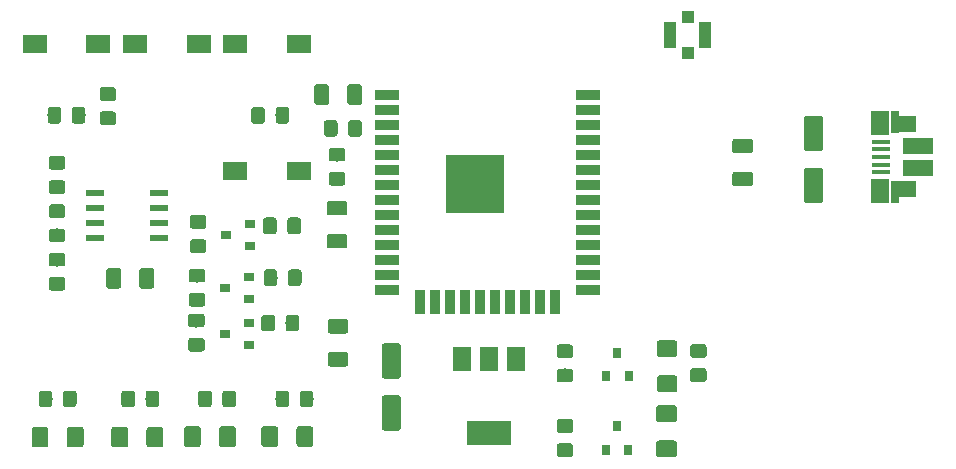
<source format=gbr>
G04 #@! TF.GenerationSoftware,KiCad,Pcbnew,5.0.2+dfsg1-1~bpo9+1*
G04 #@! TF.CreationDate,2020-03-04T21:18:40+01:00*
G04 #@! TF.ProjectId,things_02,7468696e-6773-45f3-9032-2e6b69636164,rev?*
G04 #@! TF.SameCoordinates,Original*
G04 #@! TF.FileFunction,Paste,Top*
G04 #@! TF.FilePolarity,Positive*
%FSLAX46Y46*%
G04 Gerber Fmt 4.6, Leading zero omitted, Abs format (unit mm)*
G04 Created by KiCad (PCBNEW 5.0.2+dfsg1-1~bpo9+1) date Wed Mar  4 21:18:40 2020*
%MOMM*%
%LPD*%
G01*
G04 APERTURE LIST*
%ADD10R,1.050000X2.200000*%
%ADD11R,1.000000X1.000000*%
%ADD12C,0.100000*%
%ADD13C,1.250000*%
%ADD14C,1.600000*%
%ADD15C,1.425000*%
%ADD16R,0.900000X0.800000*%
%ADD17R,0.800000X0.900000*%
%ADD18C,1.150000*%
%ADD19R,2.000000X1.600000*%
%ADD20R,1.550000X0.600000*%
%ADD21R,3.800000X2.000000*%
%ADD22R,1.500000X2.000000*%
%ADD23R,5.000000X5.000000*%
%ADD24R,2.000000X0.900000*%
%ADD25R,0.900000X2.000000*%
%ADD26R,2.000000X1.350000*%
%ADD27R,0.700000X1.825000*%
%ADD28R,1.650000X0.400000*%
%ADD29R,2.500000X1.430000*%
G04 APERTURE END LIST*
D10*
G04 #@! TO.C,AE1*
X128625000Y-81450000D03*
X131575000Y-81450000D03*
D11*
X130100000Y-79950000D03*
X130100000Y-82950000D03*
G04 #@! TD*
D12*
G04 #@! TO.C,C1*
G36*
X135399504Y-90226204D02*
X135423773Y-90229804D01*
X135447571Y-90235765D01*
X135470671Y-90244030D01*
X135492849Y-90254520D01*
X135513893Y-90267133D01*
X135533598Y-90281747D01*
X135551777Y-90298223D01*
X135568253Y-90316402D01*
X135582867Y-90336107D01*
X135595480Y-90357151D01*
X135605970Y-90379329D01*
X135614235Y-90402429D01*
X135620196Y-90426227D01*
X135623796Y-90450496D01*
X135625000Y-90475000D01*
X135625000Y-91225000D01*
X135623796Y-91249504D01*
X135620196Y-91273773D01*
X135614235Y-91297571D01*
X135605970Y-91320671D01*
X135595480Y-91342849D01*
X135582867Y-91363893D01*
X135568253Y-91383598D01*
X135551777Y-91401777D01*
X135533598Y-91418253D01*
X135513893Y-91432867D01*
X135492849Y-91445480D01*
X135470671Y-91455970D01*
X135447571Y-91464235D01*
X135423773Y-91470196D01*
X135399504Y-91473796D01*
X135375000Y-91475000D01*
X134125000Y-91475000D01*
X134100496Y-91473796D01*
X134076227Y-91470196D01*
X134052429Y-91464235D01*
X134029329Y-91455970D01*
X134007151Y-91445480D01*
X133986107Y-91432867D01*
X133966402Y-91418253D01*
X133948223Y-91401777D01*
X133931747Y-91383598D01*
X133917133Y-91363893D01*
X133904520Y-91342849D01*
X133894030Y-91320671D01*
X133885765Y-91297571D01*
X133879804Y-91273773D01*
X133876204Y-91249504D01*
X133875000Y-91225000D01*
X133875000Y-90475000D01*
X133876204Y-90450496D01*
X133879804Y-90426227D01*
X133885765Y-90402429D01*
X133894030Y-90379329D01*
X133904520Y-90357151D01*
X133917133Y-90336107D01*
X133931747Y-90316402D01*
X133948223Y-90298223D01*
X133966402Y-90281747D01*
X133986107Y-90267133D01*
X134007151Y-90254520D01*
X134029329Y-90244030D01*
X134052429Y-90235765D01*
X134076227Y-90229804D01*
X134100496Y-90226204D01*
X134125000Y-90225000D01*
X135375000Y-90225000D01*
X135399504Y-90226204D01*
X135399504Y-90226204D01*
G37*
D13*
X134750000Y-90850000D03*
D12*
G36*
X135399504Y-93026204D02*
X135423773Y-93029804D01*
X135447571Y-93035765D01*
X135470671Y-93044030D01*
X135492849Y-93054520D01*
X135513893Y-93067133D01*
X135533598Y-93081747D01*
X135551777Y-93098223D01*
X135568253Y-93116402D01*
X135582867Y-93136107D01*
X135595480Y-93157151D01*
X135605970Y-93179329D01*
X135614235Y-93202429D01*
X135620196Y-93226227D01*
X135623796Y-93250496D01*
X135625000Y-93275000D01*
X135625000Y-94025000D01*
X135623796Y-94049504D01*
X135620196Y-94073773D01*
X135614235Y-94097571D01*
X135605970Y-94120671D01*
X135595480Y-94142849D01*
X135582867Y-94163893D01*
X135568253Y-94183598D01*
X135551777Y-94201777D01*
X135533598Y-94218253D01*
X135513893Y-94232867D01*
X135492849Y-94245480D01*
X135470671Y-94255970D01*
X135447571Y-94264235D01*
X135423773Y-94270196D01*
X135399504Y-94273796D01*
X135375000Y-94275000D01*
X134125000Y-94275000D01*
X134100496Y-94273796D01*
X134076227Y-94270196D01*
X134052429Y-94264235D01*
X134029329Y-94255970D01*
X134007151Y-94245480D01*
X133986107Y-94232867D01*
X133966402Y-94218253D01*
X133948223Y-94201777D01*
X133931747Y-94183598D01*
X133917133Y-94163893D01*
X133904520Y-94142849D01*
X133894030Y-94120671D01*
X133885765Y-94097571D01*
X133879804Y-94073773D01*
X133876204Y-94049504D01*
X133875000Y-94025000D01*
X133875000Y-93275000D01*
X133876204Y-93250496D01*
X133879804Y-93226227D01*
X133885765Y-93202429D01*
X133894030Y-93179329D01*
X133904520Y-93157151D01*
X133917133Y-93136107D01*
X133931747Y-93116402D01*
X133948223Y-93098223D01*
X133966402Y-93081747D01*
X133986107Y-93067133D01*
X134007151Y-93054520D01*
X134029329Y-93044030D01*
X134052429Y-93035765D01*
X134076227Y-93029804D01*
X134100496Y-93026204D01*
X134125000Y-93025000D01*
X135375000Y-93025000D01*
X135399504Y-93026204D01*
X135399504Y-93026204D01*
G37*
D13*
X134750000Y-93650000D03*
G04 #@! TD*
D12*
G04 #@! TO.C,C5*
G36*
X141324504Y-88301204D02*
X141348773Y-88304804D01*
X141372571Y-88310765D01*
X141395671Y-88319030D01*
X141417849Y-88329520D01*
X141438893Y-88342133D01*
X141458598Y-88356747D01*
X141476777Y-88373223D01*
X141493253Y-88391402D01*
X141507867Y-88411107D01*
X141520480Y-88432151D01*
X141530970Y-88454329D01*
X141539235Y-88477429D01*
X141545196Y-88501227D01*
X141548796Y-88525496D01*
X141550000Y-88550000D01*
X141550000Y-91050000D01*
X141548796Y-91074504D01*
X141545196Y-91098773D01*
X141539235Y-91122571D01*
X141530970Y-91145671D01*
X141520480Y-91167849D01*
X141507867Y-91188893D01*
X141493253Y-91208598D01*
X141476777Y-91226777D01*
X141458598Y-91243253D01*
X141438893Y-91257867D01*
X141417849Y-91270480D01*
X141395671Y-91280970D01*
X141372571Y-91289235D01*
X141348773Y-91295196D01*
X141324504Y-91298796D01*
X141300000Y-91300000D01*
X140200000Y-91300000D01*
X140175496Y-91298796D01*
X140151227Y-91295196D01*
X140127429Y-91289235D01*
X140104329Y-91280970D01*
X140082151Y-91270480D01*
X140061107Y-91257867D01*
X140041402Y-91243253D01*
X140023223Y-91226777D01*
X140006747Y-91208598D01*
X139992133Y-91188893D01*
X139979520Y-91167849D01*
X139969030Y-91145671D01*
X139960765Y-91122571D01*
X139954804Y-91098773D01*
X139951204Y-91074504D01*
X139950000Y-91050000D01*
X139950000Y-88550000D01*
X139951204Y-88525496D01*
X139954804Y-88501227D01*
X139960765Y-88477429D01*
X139969030Y-88454329D01*
X139979520Y-88432151D01*
X139992133Y-88411107D01*
X140006747Y-88391402D01*
X140023223Y-88373223D01*
X140041402Y-88356747D01*
X140061107Y-88342133D01*
X140082151Y-88329520D01*
X140104329Y-88319030D01*
X140127429Y-88310765D01*
X140151227Y-88304804D01*
X140175496Y-88301204D01*
X140200000Y-88300000D01*
X141300000Y-88300000D01*
X141324504Y-88301204D01*
X141324504Y-88301204D01*
G37*
D14*
X140750000Y-89800000D03*
D12*
G36*
X141324504Y-92701204D02*
X141348773Y-92704804D01*
X141372571Y-92710765D01*
X141395671Y-92719030D01*
X141417849Y-92729520D01*
X141438893Y-92742133D01*
X141458598Y-92756747D01*
X141476777Y-92773223D01*
X141493253Y-92791402D01*
X141507867Y-92811107D01*
X141520480Y-92832151D01*
X141530970Y-92854329D01*
X141539235Y-92877429D01*
X141545196Y-92901227D01*
X141548796Y-92925496D01*
X141550000Y-92950000D01*
X141550000Y-95450000D01*
X141548796Y-95474504D01*
X141545196Y-95498773D01*
X141539235Y-95522571D01*
X141530970Y-95545671D01*
X141520480Y-95567849D01*
X141507867Y-95588893D01*
X141493253Y-95608598D01*
X141476777Y-95626777D01*
X141458598Y-95643253D01*
X141438893Y-95657867D01*
X141417849Y-95670480D01*
X141395671Y-95680970D01*
X141372571Y-95689235D01*
X141348773Y-95695196D01*
X141324504Y-95698796D01*
X141300000Y-95700000D01*
X140200000Y-95700000D01*
X140175496Y-95698796D01*
X140151227Y-95695196D01*
X140127429Y-95689235D01*
X140104329Y-95680970D01*
X140082151Y-95670480D01*
X140061107Y-95657867D01*
X140041402Y-95643253D01*
X140023223Y-95626777D01*
X140006747Y-95608598D01*
X139992133Y-95588893D01*
X139979520Y-95567849D01*
X139969030Y-95545671D01*
X139960765Y-95522571D01*
X139954804Y-95498773D01*
X139951204Y-95474504D01*
X139950000Y-95450000D01*
X139950000Y-92950000D01*
X139951204Y-92925496D01*
X139954804Y-92901227D01*
X139960765Y-92877429D01*
X139969030Y-92854329D01*
X139979520Y-92832151D01*
X139992133Y-92811107D01*
X140006747Y-92791402D01*
X140023223Y-92773223D01*
X140041402Y-92756747D01*
X140061107Y-92742133D01*
X140082151Y-92729520D01*
X140104329Y-92719030D01*
X140127429Y-92710765D01*
X140151227Y-92704804D01*
X140175496Y-92701204D01*
X140200000Y-92700000D01*
X141300000Y-92700000D01*
X141324504Y-92701204D01*
X141324504Y-92701204D01*
G37*
D14*
X140750000Y-94200000D03*
G04 #@! TD*
D12*
G04 #@! TO.C,C6*
G36*
X84699504Y-101176204D02*
X84723773Y-101179804D01*
X84747571Y-101185765D01*
X84770671Y-101194030D01*
X84792849Y-101204520D01*
X84813893Y-101217133D01*
X84833598Y-101231747D01*
X84851777Y-101248223D01*
X84868253Y-101266402D01*
X84882867Y-101286107D01*
X84895480Y-101307151D01*
X84905970Y-101329329D01*
X84914235Y-101352429D01*
X84920196Y-101376227D01*
X84923796Y-101400496D01*
X84925000Y-101425000D01*
X84925000Y-102675000D01*
X84923796Y-102699504D01*
X84920196Y-102723773D01*
X84914235Y-102747571D01*
X84905970Y-102770671D01*
X84895480Y-102792849D01*
X84882867Y-102813893D01*
X84868253Y-102833598D01*
X84851777Y-102851777D01*
X84833598Y-102868253D01*
X84813893Y-102882867D01*
X84792849Y-102895480D01*
X84770671Y-102905970D01*
X84747571Y-102914235D01*
X84723773Y-102920196D01*
X84699504Y-102923796D01*
X84675000Y-102925000D01*
X83925000Y-102925000D01*
X83900496Y-102923796D01*
X83876227Y-102920196D01*
X83852429Y-102914235D01*
X83829329Y-102905970D01*
X83807151Y-102895480D01*
X83786107Y-102882867D01*
X83766402Y-102868253D01*
X83748223Y-102851777D01*
X83731747Y-102833598D01*
X83717133Y-102813893D01*
X83704520Y-102792849D01*
X83694030Y-102770671D01*
X83685765Y-102747571D01*
X83679804Y-102723773D01*
X83676204Y-102699504D01*
X83675000Y-102675000D01*
X83675000Y-101425000D01*
X83676204Y-101400496D01*
X83679804Y-101376227D01*
X83685765Y-101352429D01*
X83694030Y-101329329D01*
X83704520Y-101307151D01*
X83717133Y-101286107D01*
X83731747Y-101266402D01*
X83748223Y-101248223D01*
X83766402Y-101231747D01*
X83786107Y-101217133D01*
X83807151Y-101204520D01*
X83829329Y-101194030D01*
X83852429Y-101185765D01*
X83876227Y-101179804D01*
X83900496Y-101176204D01*
X83925000Y-101175000D01*
X84675000Y-101175000D01*
X84699504Y-101176204D01*
X84699504Y-101176204D01*
G37*
D13*
X84300000Y-102050000D03*
D12*
G36*
X81899504Y-101176204D02*
X81923773Y-101179804D01*
X81947571Y-101185765D01*
X81970671Y-101194030D01*
X81992849Y-101204520D01*
X82013893Y-101217133D01*
X82033598Y-101231747D01*
X82051777Y-101248223D01*
X82068253Y-101266402D01*
X82082867Y-101286107D01*
X82095480Y-101307151D01*
X82105970Y-101329329D01*
X82114235Y-101352429D01*
X82120196Y-101376227D01*
X82123796Y-101400496D01*
X82125000Y-101425000D01*
X82125000Y-102675000D01*
X82123796Y-102699504D01*
X82120196Y-102723773D01*
X82114235Y-102747571D01*
X82105970Y-102770671D01*
X82095480Y-102792849D01*
X82082867Y-102813893D01*
X82068253Y-102833598D01*
X82051777Y-102851777D01*
X82033598Y-102868253D01*
X82013893Y-102882867D01*
X81992849Y-102895480D01*
X81970671Y-102905970D01*
X81947571Y-102914235D01*
X81923773Y-102920196D01*
X81899504Y-102923796D01*
X81875000Y-102925000D01*
X81125000Y-102925000D01*
X81100496Y-102923796D01*
X81076227Y-102920196D01*
X81052429Y-102914235D01*
X81029329Y-102905970D01*
X81007151Y-102895480D01*
X80986107Y-102882867D01*
X80966402Y-102868253D01*
X80948223Y-102851777D01*
X80931747Y-102833598D01*
X80917133Y-102813893D01*
X80904520Y-102792849D01*
X80894030Y-102770671D01*
X80885765Y-102747571D01*
X80879804Y-102723773D01*
X80876204Y-102699504D01*
X80875000Y-102675000D01*
X80875000Y-101425000D01*
X80876204Y-101400496D01*
X80879804Y-101376227D01*
X80885765Y-101352429D01*
X80894030Y-101329329D01*
X80904520Y-101307151D01*
X80917133Y-101286107D01*
X80931747Y-101266402D01*
X80948223Y-101248223D01*
X80966402Y-101231747D01*
X80986107Y-101217133D01*
X81007151Y-101204520D01*
X81029329Y-101194030D01*
X81052429Y-101185765D01*
X81076227Y-101179804D01*
X81100496Y-101176204D01*
X81125000Y-101175000D01*
X81875000Y-101175000D01*
X81899504Y-101176204D01*
X81899504Y-101176204D01*
G37*
D13*
X81500000Y-102050000D03*
G04 #@! TD*
D12*
G04 #@! TO.C,C7*
G36*
X101149504Y-108276204D02*
X101173773Y-108279804D01*
X101197571Y-108285765D01*
X101220671Y-108294030D01*
X101242849Y-108304520D01*
X101263893Y-108317133D01*
X101283598Y-108331747D01*
X101301777Y-108348223D01*
X101318253Y-108366402D01*
X101332867Y-108386107D01*
X101345480Y-108407151D01*
X101355970Y-108429329D01*
X101364235Y-108452429D01*
X101370196Y-108476227D01*
X101373796Y-108500496D01*
X101375000Y-108525000D01*
X101375000Y-109275000D01*
X101373796Y-109299504D01*
X101370196Y-109323773D01*
X101364235Y-109347571D01*
X101355970Y-109370671D01*
X101345480Y-109392849D01*
X101332867Y-109413893D01*
X101318253Y-109433598D01*
X101301777Y-109451777D01*
X101283598Y-109468253D01*
X101263893Y-109482867D01*
X101242849Y-109495480D01*
X101220671Y-109505970D01*
X101197571Y-109514235D01*
X101173773Y-109520196D01*
X101149504Y-109523796D01*
X101125000Y-109525000D01*
X99875000Y-109525000D01*
X99850496Y-109523796D01*
X99826227Y-109520196D01*
X99802429Y-109514235D01*
X99779329Y-109505970D01*
X99757151Y-109495480D01*
X99736107Y-109482867D01*
X99716402Y-109468253D01*
X99698223Y-109451777D01*
X99681747Y-109433598D01*
X99667133Y-109413893D01*
X99654520Y-109392849D01*
X99644030Y-109370671D01*
X99635765Y-109347571D01*
X99629804Y-109323773D01*
X99626204Y-109299504D01*
X99625000Y-109275000D01*
X99625000Y-108525000D01*
X99626204Y-108500496D01*
X99629804Y-108476227D01*
X99635765Y-108452429D01*
X99644030Y-108429329D01*
X99654520Y-108407151D01*
X99667133Y-108386107D01*
X99681747Y-108366402D01*
X99698223Y-108348223D01*
X99716402Y-108331747D01*
X99736107Y-108317133D01*
X99757151Y-108304520D01*
X99779329Y-108294030D01*
X99802429Y-108285765D01*
X99826227Y-108279804D01*
X99850496Y-108276204D01*
X99875000Y-108275000D01*
X101125000Y-108275000D01*
X101149504Y-108276204D01*
X101149504Y-108276204D01*
G37*
D13*
X100500000Y-108900000D03*
D12*
G36*
X101149504Y-105476204D02*
X101173773Y-105479804D01*
X101197571Y-105485765D01*
X101220671Y-105494030D01*
X101242849Y-105504520D01*
X101263893Y-105517133D01*
X101283598Y-105531747D01*
X101301777Y-105548223D01*
X101318253Y-105566402D01*
X101332867Y-105586107D01*
X101345480Y-105607151D01*
X101355970Y-105629329D01*
X101364235Y-105652429D01*
X101370196Y-105676227D01*
X101373796Y-105700496D01*
X101375000Y-105725000D01*
X101375000Y-106475000D01*
X101373796Y-106499504D01*
X101370196Y-106523773D01*
X101364235Y-106547571D01*
X101355970Y-106570671D01*
X101345480Y-106592849D01*
X101332867Y-106613893D01*
X101318253Y-106633598D01*
X101301777Y-106651777D01*
X101283598Y-106668253D01*
X101263893Y-106682867D01*
X101242849Y-106695480D01*
X101220671Y-106705970D01*
X101197571Y-106714235D01*
X101173773Y-106720196D01*
X101149504Y-106723796D01*
X101125000Y-106725000D01*
X99875000Y-106725000D01*
X99850496Y-106723796D01*
X99826227Y-106720196D01*
X99802429Y-106714235D01*
X99779329Y-106705970D01*
X99757151Y-106695480D01*
X99736107Y-106682867D01*
X99716402Y-106668253D01*
X99698223Y-106651777D01*
X99681747Y-106633598D01*
X99667133Y-106613893D01*
X99654520Y-106592849D01*
X99644030Y-106570671D01*
X99635765Y-106547571D01*
X99629804Y-106523773D01*
X99626204Y-106499504D01*
X99625000Y-106475000D01*
X99625000Y-105725000D01*
X99626204Y-105700496D01*
X99629804Y-105676227D01*
X99635765Y-105652429D01*
X99644030Y-105629329D01*
X99654520Y-105607151D01*
X99667133Y-105586107D01*
X99681747Y-105566402D01*
X99698223Y-105548223D01*
X99716402Y-105531747D01*
X99736107Y-105517133D01*
X99757151Y-105504520D01*
X99779329Y-105494030D01*
X99802429Y-105485765D01*
X99826227Y-105479804D01*
X99850496Y-105476204D01*
X99875000Y-105475000D01*
X101125000Y-105475000D01*
X101149504Y-105476204D01*
X101149504Y-105476204D01*
G37*
D13*
X100500000Y-106100000D03*
G04 #@! TD*
D12*
G04 #@! TO.C,C8*
G36*
X105574504Y-111951204D02*
X105598773Y-111954804D01*
X105622571Y-111960765D01*
X105645671Y-111969030D01*
X105667849Y-111979520D01*
X105688893Y-111992133D01*
X105708598Y-112006747D01*
X105726777Y-112023223D01*
X105743253Y-112041402D01*
X105757867Y-112061107D01*
X105770480Y-112082151D01*
X105780970Y-112104329D01*
X105789235Y-112127429D01*
X105795196Y-112151227D01*
X105798796Y-112175496D01*
X105800000Y-112200000D01*
X105800000Y-114700000D01*
X105798796Y-114724504D01*
X105795196Y-114748773D01*
X105789235Y-114772571D01*
X105780970Y-114795671D01*
X105770480Y-114817849D01*
X105757867Y-114838893D01*
X105743253Y-114858598D01*
X105726777Y-114876777D01*
X105708598Y-114893253D01*
X105688893Y-114907867D01*
X105667849Y-114920480D01*
X105645671Y-114930970D01*
X105622571Y-114939235D01*
X105598773Y-114945196D01*
X105574504Y-114948796D01*
X105550000Y-114950000D01*
X104450000Y-114950000D01*
X104425496Y-114948796D01*
X104401227Y-114945196D01*
X104377429Y-114939235D01*
X104354329Y-114930970D01*
X104332151Y-114920480D01*
X104311107Y-114907867D01*
X104291402Y-114893253D01*
X104273223Y-114876777D01*
X104256747Y-114858598D01*
X104242133Y-114838893D01*
X104229520Y-114817849D01*
X104219030Y-114795671D01*
X104210765Y-114772571D01*
X104204804Y-114748773D01*
X104201204Y-114724504D01*
X104200000Y-114700000D01*
X104200000Y-112200000D01*
X104201204Y-112175496D01*
X104204804Y-112151227D01*
X104210765Y-112127429D01*
X104219030Y-112104329D01*
X104229520Y-112082151D01*
X104242133Y-112061107D01*
X104256747Y-112041402D01*
X104273223Y-112023223D01*
X104291402Y-112006747D01*
X104311107Y-111992133D01*
X104332151Y-111979520D01*
X104354329Y-111969030D01*
X104377429Y-111960765D01*
X104401227Y-111954804D01*
X104425496Y-111951204D01*
X104450000Y-111950000D01*
X105550000Y-111950000D01*
X105574504Y-111951204D01*
X105574504Y-111951204D01*
G37*
D14*
X105000000Y-113450000D03*
D12*
G36*
X105574504Y-107551204D02*
X105598773Y-107554804D01*
X105622571Y-107560765D01*
X105645671Y-107569030D01*
X105667849Y-107579520D01*
X105688893Y-107592133D01*
X105708598Y-107606747D01*
X105726777Y-107623223D01*
X105743253Y-107641402D01*
X105757867Y-107661107D01*
X105770480Y-107682151D01*
X105780970Y-107704329D01*
X105789235Y-107727429D01*
X105795196Y-107751227D01*
X105798796Y-107775496D01*
X105800000Y-107800000D01*
X105800000Y-110300000D01*
X105798796Y-110324504D01*
X105795196Y-110348773D01*
X105789235Y-110372571D01*
X105780970Y-110395671D01*
X105770480Y-110417849D01*
X105757867Y-110438893D01*
X105743253Y-110458598D01*
X105726777Y-110476777D01*
X105708598Y-110493253D01*
X105688893Y-110507867D01*
X105667849Y-110520480D01*
X105645671Y-110530970D01*
X105622571Y-110539235D01*
X105598773Y-110545196D01*
X105574504Y-110548796D01*
X105550000Y-110550000D01*
X104450000Y-110550000D01*
X104425496Y-110548796D01*
X104401227Y-110545196D01*
X104377429Y-110539235D01*
X104354329Y-110530970D01*
X104332151Y-110520480D01*
X104311107Y-110507867D01*
X104291402Y-110493253D01*
X104273223Y-110476777D01*
X104256747Y-110458598D01*
X104242133Y-110438893D01*
X104229520Y-110417849D01*
X104219030Y-110395671D01*
X104210765Y-110372571D01*
X104204804Y-110348773D01*
X104201204Y-110324504D01*
X104200000Y-110300000D01*
X104200000Y-107800000D01*
X104201204Y-107775496D01*
X104204804Y-107751227D01*
X104210765Y-107727429D01*
X104219030Y-107704329D01*
X104229520Y-107682151D01*
X104242133Y-107661107D01*
X104256747Y-107641402D01*
X104273223Y-107623223D01*
X104291402Y-107606747D01*
X104311107Y-107592133D01*
X104332151Y-107579520D01*
X104354329Y-107569030D01*
X104377429Y-107560765D01*
X104401227Y-107554804D01*
X104425496Y-107551204D01*
X104450000Y-107550000D01*
X105550000Y-107550000D01*
X105574504Y-107551204D01*
X105574504Y-107551204D01*
G37*
D14*
X105000000Y-109050000D03*
G04 #@! TD*
D12*
G04 #@! TO.C,C9*
G36*
X99499504Y-85626204D02*
X99523773Y-85629804D01*
X99547571Y-85635765D01*
X99570671Y-85644030D01*
X99592849Y-85654520D01*
X99613893Y-85667133D01*
X99633598Y-85681747D01*
X99651777Y-85698223D01*
X99668253Y-85716402D01*
X99682867Y-85736107D01*
X99695480Y-85757151D01*
X99705970Y-85779329D01*
X99714235Y-85802429D01*
X99720196Y-85826227D01*
X99723796Y-85850496D01*
X99725000Y-85875000D01*
X99725000Y-87125000D01*
X99723796Y-87149504D01*
X99720196Y-87173773D01*
X99714235Y-87197571D01*
X99705970Y-87220671D01*
X99695480Y-87242849D01*
X99682867Y-87263893D01*
X99668253Y-87283598D01*
X99651777Y-87301777D01*
X99633598Y-87318253D01*
X99613893Y-87332867D01*
X99592849Y-87345480D01*
X99570671Y-87355970D01*
X99547571Y-87364235D01*
X99523773Y-87370196D01*
X99499504Y-87373796D01*
X99475000Y-87375000D01*
X98725000Y-87375000D01*
X98700496Y-87373796D01*
X98676227Y-87370196D01*
X98652429Y-87364235D01*
X98629329Y-87355970D01*
X98607151Y-87345480D01*
X98586107Y-87332867D01*
X98566402Y-87318253D01*
X98548223Y-87301777D01*
X98531747Y-87283598D01*
X98517133Y-87263893D01*
X98504520Y-87242849D01*
X98494030Y-87220671D01*
X98485765Y-87197571D01*
X98479804Y-87173773D01*
X98476204Y-87149504D01*
X98475000Y-87125000D01*
X98475000Y-85875000D01*
X98476204Y-85850496D01*
X98479804Y-85826227D01*
X98485765Y-85802429D01*
X98494030Y-85779329D01*
X98504520Y-85757151D01*
X98517133Y-85736107D01*
X98531747Y-85716402D01*
X98548223Y-85698223D01*
X98566402Y-85681747D01*
X98586107Y-85667133D01*
X98607151Y-85654520D01*
X98629329Y-85644030D01*
X98652429Y-85635765D01*
X98676227Y-85629804D01*
X98700496Y-85626204D01*
X98725000Y-85625000D01*
X99475000Y-85625000D01*
X99499504Y-85626204D01*
X99499504Y-85626204D01*
G37*
D13*
X99100000Y-86500000D03*
D12*
G36*
X102299504Y-85626204D02*
X102323773Y-85629804D01*
X102347571Y-85635765D01*
X102370671Y-85644030D01*
X102392849Y-85654520D01*
X102413893Y-85667133D01*
X102433598Y-85681747D01*
X102451777Y-85698223D01*
X102468253Y-85716402D01*
X102482867Y-85736107D01*
X102495480Y-85757151D01*
X102505970Y-85779329D01*
X102514235Y-85802429D01*
X102520196Y-85826227D01*
X102523796Y-85850496D01*
X102525000Y-85875000D01*
X102525000Y-87125000D01*
X102523796Y-87149504D01*
X102520196Y-87173773D01*
X102514235Y-87197571D01*
X102505970Y-87220671D01*
X102495480Y-87242849D01*
X102482867Y-87263893D01*
X102468253Y-87283598D01*
X102451777Y-87301777D01*
X102433598Y-87318253D01*
X102413893Y-87332867D01*
X102392849Y-87345480D01*
X102370671Y-87355970D01*
X102347571Y-87364235D01*
X102323773Y-87370196D01*
X102299504Y-87373796D01*
X102275000Y-87375000D01*
X101525000Y-87375000D01*
X101500496Y-87373796D01*
X101476227Y-87370196D01*
X101452429Y-87364235D01*
X101429329Y-87355970D01*
X101407151Y-87345480D01*
X101386107Y-87332867D01*
X101366402Y-87318253D01*
X101348223Y-87301777D01*
X101331747Y-87283598D01*
X101317133Y-87263893D01*
X101304520Y-87242849D01*
X101294030Y-87220671D01*
X101285765Y-87197571D01*
X101279804Y-87173773D01*
X101276204Y-87149504D01*
X101275000Y-87125000D01*
X101275000Y-85875000D01*
X101276204Y-85850496D01*
X101279804Y-85826227D01*
X101285765Y-85802429D01*
X101294030Y-85779329D01*
X101304520Y-85757151D01*
X101317133Y-85736107D01*
X101331747Y-85716402D01*
X101348223Y-85698223D01*
X101366402Y-85681747D01*
X101386107Y-85667133D01*
X101407151Y-85654520D01*
X101429329Y-85644030D01*
X101452429Y-85635765D01*
X101476227Y-85629804D01*
X101500496Y-85626204D01*
X101525000Y-85625000D01*
X102275000Y-85625000D01*
X102299504Y-85626204D01*
X102299504Y-85626204D01*
G37*
D13*
X101900000Y-86500000D03*
G04 #@! TD*
D12*
G04 #@! TO.C,C10*
G36*
X101049504Y-98276204D02*
X101073773Y-98279804D01*
X101097571Y-98285765D01*
X101120671Y-98294030D01*
X101142849Y-98304520D01*
X101163893Y-98317133D01*
X101183598Y-98331747D01*
X101201777Y-98348223D01*
X101218253Y-98366402D01*
X101232867Y-98386107D01*
X101245480Y-98407151D01*
X101255970Y-98429329D01*
X101264235Y-98452429D01*
X101270196Y-98476227D01*
X101273796Y-98500496D01*
X101275000Y-98525000D01*
X101275000Y-99275000D01*
X101273796Y-99299504D01*
X101270196Y-99323773D01*
X101264235Y-99347571D01*
X101255970Y-99370671D01*
X101245480Y-99392849D01*
X101232867Y-99413893D01*
X101218253Y-99433598D01*
X101201777Y-99451777D01*
X101183598Y-99468253D01*
X101163893Y-99482867D01*
X101142849Y-99495480D01*
X101120671Y-99505970D01*
X101097571Y-99514235D01*
X101073773Y-99520196D01*
X101049504Y-99523796D01*
X101025000Y-99525000D01*
X99775000Y-99525000D01*
X99750496Y-99523796D01*
X99726227Y-99520196D01*
X99702429Y-99514235D01*
X99679329Y-99505970D01*
X99657151Y-99495480D01*
X99636107Y-99482867D01*
X99616402Y-99468253D01*
X99598223Y-99451777D01*
X99581747Y-99433598D01*
X99567133Y-99413893D01*
X99554520Y-99392849D01*
X99544030Y-99370671D01*
X99535765Y-99347571D01*
X99529804Y-99323773D01*
X99526204Y-99299504D01*
X99525000Y-99275000D01*
X99525000Y-98525000D01*
X99526204Y-98500496D01*
X99529804Y-98476227D01*
X99535765Y-98452429D01*
X99544030Y-98429329D01*
X99554520Y-98407151D01*
X99567133Y-98386107D01*
X99581747Y-98366402D01*
X99598223Y-98348223D01*
X99616402Y-98331747D01*
X99636107Y-98317133D01*
X99657151Y-98304520D01*
X99679329Y-98294030D01*
X99702429Y-98285765D01*
X99726227Y-98279804D01*
X99750496Y-98276204D01*
X99775000Y-98275000D01*
X101025000Y-98275000D01*
X101049504Y-98276204D01*
X101049504Y-98276204D01*
G37*
D13*
X100400000Y-98900000D03*
D12*
G36*
X101049504Y-95476204D02*
X101073773Y-95479804D01*
X101097571Y-95485765D01*
X101120671Y-95494030D01*
X101142849Y-95504520D01*
X101163893Y-95517133D01*
X101183598Y-95531747D01*
X101201777Y-95548223D01*
X101218253Y-95566402D01*
X101232867Y-95586107D01*
X101245480Y-95607151D01*
X101255970Y-95629329D01*
X101264235Y-95652429D01*
X101270196Y-95676227D01*
X101273796Y-95700496D01*
X101275000Y-95725000D01*
X101275000Y-96475000D01*
X101273796Y-96499504D01*
X101270196Y-96523773D01*
X101264235Y-96547571D01*
X101255970Y-96570671D01*
X101245480Y-96592849D01*
X101232867Y-96613893D01*
X101218253Y-96633598D01*
X101201777Y-96651777D01*
X101183598Y-96668253D01*
X101163893Y-96682867D01*
X101142849Y-96695480D01*
X101120671Y-96705970D01*
X101097571Y-96714235D01*
X101073773Y-96720196D01*
X101049504Y-96723796D01*
X101025000Y-96725000D01*
X99775000Y-96725000D01*
X99750496Y-96723796D01*
X99726227Y-96720196D01*
X99702429Y-96714235D01*
X99679329Y-96705970D01*
X99657151Y-96695480D01*
X99636107Y-96682867D01*
X99616402Y-96668253D01*
X99598223Y-96651777D01*
X99581747Y-96633598D01*
X99567133Y-96613893D01*
X99554520Y-96592849D01*
X99544030Y-96570671D01*
X99535765Y-96547571D01*
X99529804Y-96523773D01*
X99526204Y-96499504D01*
X99525000Y-96475000D01*
X99525000Y-95725000D01*
X99526204Y-95700496D01*
X99529804Y-95676227D01*
X99535765Y-95652429D01*
X99544030Y-95629329D01*
X99554520Y-95607151D01*
X99567133Y-95586107D01*
X99581747Y-95566402D01*
X99598223Y-95548223D01*
X99616402Y-95531747D01*
X99636107Y-95517133D01*
X99657151Y-95504520D01*
X99679329Y-95494030D01*
X99702429Y-95485765D01*
X99726227Y-95479804D01*
X99750496Y-95476204D01*
X99775000Y-95475000D01*
X101025000Y-95475000D01*
X101049504Y-95476204D01*
X101049504Y-95476204D01*
G37*
D13*
X100400000Y-96100000D03*
G04 #@! TD*
D12*
G04 #@! TO.C,D1*
G36*
X128949504Y-115776204D02*
X128973773Y-115779804D01*
X128997571Y-115785765D01*
X129020671Y-115794030D01*
X129042849Y-115804520D01*
X129063893Y-115817133D01*
X129083598Y-115831747D01*
X129101777Y-115848223D01*
X129118253Y-115866402D01*
X129132867Y-115886107D01*
X129145480Y-115907151D01*
X129155970Y-115929329D01*
X129164235Y-115952429D01*
X129170196Y-115976227D01*
X129173796Y-116000496D01*
X129175000Y-116025000D01*
X129175000Y-116950000D01*
X129173796Y-116974504D01*
X129170196Y-116998773D01*
X129164235Y-117022571D01*
X129155970Y-117045671D01*
X129145480Y-117067849D01*
X129132867Y-117088893D01*
X129118253Y-117108598D01*
X129101777Y-117126777D01*
X129083598Y-117143253D01*
X129063893Y-117157867D01*
X129042849Y-117170480D01*
X129020671Y-117180970D01*
X128997571Y-117189235D01*
X128973773Y-117195196D01*
X128949504Y-117198796D01*
X128925000Y-117200000D01*
X127675000Y-117200000D01*
X127650496Y-117198796D01*
X127626227Y-117195196D01*
X127602429Y-117189235D01*
X127579329Y-117180970D01*
X127557151Y-117170480D01*
X127536107Y-117157867D01*
X127516402Y-117143253D01*
X127498223Y-117126777D01*
X127481747Y-117108598D01*
X127467133Y-117088893D01*
X127454520Y-117067849D01*
X127444030Y-117045671D01*
X127435765Y-117022571D01*
X127429804Y-116998773D01*
X127426204Y-116974504D01*
X127425000Y-116950000D01*
X127425000Y-116025000D01*
X127426204Y-116000496D01*
X127429804Y-115976227D01*
X127435765Y-115952429D01*
X127444030Y-115929329D01*
X127454520Y-115907151D01*
X127467133Y-115886107D01*
X127481747Y-115866402D01*
X127498223Y-115848223D01*
X127516402Y-115831747D01*
X127536107Y-115817133D01*
X127557151Y-115804520D01*
X127579329Y-115794030D01*
X127602429Y-115785765D01*
X127626227Y-115779804D01*
X127650496Y-115776204D01*
X127675000Y-115775000D01*
X128925000Y-115775000D01*
X128949504Y-115776204D01*
X128949504Y-115776204D01*
G37*
D15*
X128300000Y-116487500D03*
D12*
G36*
X128949504Y-112801204D02*
X128973773Y-112804804D01*
X128997571Y-112810765D01*
X129020671Y-112819030D01*
X129042849Y-112829520D01*
X129063893Y-112842133D01*
X129083598Y-112856747D01*
X129101777Y-112873223D01*
X129118253Y-112891402D01*
X129132867Y-112911107D01*
X129145480Y-112932151D01*
X129155970Y-112954329D01*
X129164235Y-112977429D01*
X129170196Y-113001227D01*
X129173796Y-113025496D01*
X129175000Y-113050000D01*
X129175000Y-113975000D01*
X129173796Y-113999504D01*
X129170196Y-114023773D01*
X129164235Y-114047571D01*
X129155970Y-114070671D01*
X129145480Y-114092849D01*
X129132867Y-114113893D01*
X129118253Y-114133598D01*
X129101777Y-114151777D01*
X129083598Y-114168253D01*
X129063893Y-114182867D01*
X129042849Y-114195480D01*
X129020671Y-114205970D01*
X128997571Y-114214235D01*
X128973773Y-114220196D01*
X128949504Y-114223796D01*
X128925000Y-114225000D01*
X127675000Y-114225000D01*
X127650496Y-114223796D01*
X127626227Y-114220196D01*
X127602429Y-114214235D01*
X127579329Y-114205970D01*
X127557151Y-114195480D01*
X127536107Y-114182867D01*
X127516402Y-114168253D01*
X127498223Y-114151777D01*
X127481747Y-114133598D01*
X127467133Y-114113893D01*
X127454520Y-114092849D01*
X127444030Y-114070671D01*
X127435765Y-114047571D01*
X127429804Y-114023773D01*
X127426204Y-113999504D01*
X127425000Y-113975000D01*
X127425000Y-113050000D01*
X127426204Y-113025496D01*
X127429804Y-113001227D01*
X127435765Y-112977429D01*
X127444030Y-112954329D01*
X127454520Y-112932151D01*
X127467133Y-112911107D01*
X127481747Y-112891402D01*
X127498223Y-112873223D01*
X127516402Y-112856747D01*
X127536107Y-112842133D01*
X127557151Y-112829520D01*
X127579329Y-112819030D01*
X127602429Y-112810765D01*
X127626227Y-112804804D01*
X127650496Y-112801204D01*
X127675000Y-112800000D01*
X128925000Y-112800000D01*
X128949504Y-112801204D01*
X128949504Y-112801204D01*
G37*
D15*
X128300000Y-113512500D03*
G04 #@! TD*
D12*
G04 #@! TO.C,D2*
G36*
X128999504Y-107301204D02*
X129023773Y-107304804D01*
X129047571Y-107310765D01*
X129070671Y-107319030D01*
X129092849Y-107329520D01*
X129113893Y-107342133D01*
X129133598Y-107356747D01*
X129151777Y-107373223D01*
X129168253Y-107391402D01*
X129182867Y-107411107D01*
X129195480Y-107432151D01*
X129205970Y-107454329D01*
X129214235Y-107477429D01*
X129220196Y-107501227D01*
X129223796Y-107525496D01*
X129225000Y-107550000D01*
X129225000Y-108475000D01*
X129223796Y-108499504D01*
X129220196Y-108523773D01*
X129214235Y-108547571D01*
X129205970Y-108570671D01*
X129195480Y-108592849D01*
X129182867Y-108613893D01*
X129168253Y-108633598D01*
X129151777Y-108651777D01*
X129133598Y-108668253D01*
X129113893Y-108682867D01*
X129092849Y-108695480D01*
X129070671Y-108705970D01*
X129047571Y-108714235D01*
X129023773Y-108720196D01*
X128999504Y-108723796D01*
X128975000Y-108725000D01*
X127725000Y-108725000D01*
X127700496Y-108723796D01*
X127676227Y-108720196D01*
X127652429Y-108714235D01*
X127629329Y-108705970D01*
X127607151Y-108695480D01*
X127586107Y-108682867D01*
X127566402Y-108668253D01*
X127548223Y-108651777D01*
X127531747Y-108633598D01*
X127517133Y-108613893D01*
X127504520Y-108592849D01*
X127494030Y-108570671D01*
X127485765Y-108547571D01*
X127479804Y-108523773D01*
X127476204Y-108499504D01*
X127475000Y-108475000D01*
X127475000Y-107550000D01*
X127476204Y-107525496D01*
X127479804Y-107501227D01*
X127485765Y-107477429D01*
X127494030Y-107454329D01*
X127504520Y-107432151D01*
X127517133Y-107411107D01*
X127531747Y-107391402D01*
X127548223Y-107373223D01*
X127566402Y-107356747D01*
X127586107Y-107342133D01*
X127607151Y-107329520D01*
X127629329Y-107319030D01*
X127652429Y-107310765D01*
X127676227Y-107304804D01*
X127700496Y-107301204D01*
X127725000Y-107300000D01*
X128975000Y-107300000D01*
X128999504Y-107301204D01*
X128999504Y-107301204D01*
G37*
D15*
X128350000Y-108012500D03*
D12*
G36*
X128999504Y-110276204D02*
X129023773Y-110279804D01*
X129047571Y-110285765D01*
X129070671Y-110294030D01*
X129092849Y-110304520D01*
X129113893Y-110317133D01*
X129133598Y-110331747D01*
X129151777Y-110348223D01*
X129168253Y-110366402D01*
X129182867Y-110386107D01*
X129195480Y-110407151D01*
X129205970Y-110429329D01*
X129214235Y-110452429D01*
X129220196Y-110476227D01*
X129223796Y-110500496D01*
X129225000Y-110525000D01*
X129225000Y-111450000D01*
X129223796Y-111474504D01*
X129220196Y-111498773D01*
X129214235Y-111522571D01*
X129205970Y-111545671D01*
X129195480Y-111567849D01*
X129182867Y-111588893D01*
X129168253Y-111608598D01*
X129151777Y-111626777D01*
X129133598Y-111643253D01*
X129113893Y-111657867D01*
X129092849Y-111670480D01*
X129070671Y-111680970D01*
X129047571Y-111689235D01*
X129023773Y-111695196D01*
X128999504Y-111698796D01*
X128975000Y-111700000D01*
X127725000Y-111700000D01*
X127700496Y-111698796D01*
X127676227Y-111695196D01*
X127652429Y-111689235D01*
X127629329Y-111680970D01*
X127607151Y-111670480D01*
X127586107Y-111657867D01*
X127566402Y-111643253D01*
X127548223Y-111626777D01*
X127531747Y-111608598D01*
X127517133Y-111588893D01*
X127504520Y-111567849D01*
X127494030Y-111545671D01*
X127485765Y-111522571D01*
X127479804Y-111498773D01*
X127476204Y-111474504D01*
X127475000Y-111450000D01*
X127475000Y-110525000D01*
X127476204Y-110500496D01*
X127479804Y-110476227D01*
X127485765Y-110452429D01*
X127494030Y-110429329D01*
X127504520Y-110407151D01*
X127517133Y-110386107D01*
X127531747Y-110366402D01*
X127548223Y-110348223D01*
X127566402Y-110331747D01*
X127586107Y-110317133D01*
X127607151Y-110304520D01*
X127629329Y-110294030D01*
X127652429Y-110285765D01*
X127676227Y-110279804D01*
X127700496Y-110276204D01*
X127725000Y-110275000D01*
X128975000Y-110275000D01*
X128999504Y-110276204D01*
X128999504Y-110276204D01*
G37*
D15*
X128350000Y-110987500D03*
G04 #@! TD*
D12*
G04 #@! TO.C,D3*
G36*
X98174504Y-114576204D02*
X98198773Y-114579804D01*
X98222571Y-114585765D01*
X98245671Y-114594030D01*
X98267849Y-114604520D01*
X98288893Y-114617133D01*
X98308598Y-114631747D01*
X98326777Y-114648223D01*
X98343253Y-114666402D01*
X98357867Y-114686107D01*
X98370480Y-114707151D01*
X98380970Y-114729329D01*
X98389235Y-114752429D01*
X98395196Y-114776227D01*
X98398796Y-114800496D01*
X98400000Y-114825000D01*
X98400000Y-116075000D01*
X98398796Y-116099504D01*
X98395196Y-116123773D01*
X98389235Y-116147571D01*
X98380970Y-116170671D01*
X98370480Y-116192849D01*
X98357867Y-116213893D01*
X98343253Y-116233598D01*
X98326777Y-116251777D01*
X98308598Y-116268253D01*
X98288893Y-116282867D01*
X98267849Y-116295480D01*
X98245671Y-116305970D01*
X98222571Y-116314235D01*
X98198773Y-116320196D01*
X98174504Y-116323796D01*
X98150000Y-116325000D01*
X97225000Y-116325000D01*
X97200496Y-116323796D01*
X97176227Y-116320196D01*
X97152429Y-116314235D01*
X97129329Y-116305970D01*
X97107151Y-116295480D01*
X97086107Y-116282867D01*
X97066402Y-116268253D01*
X97048223Y-116251777D01*
X97031747Y-116233598D01*
X97017133Y-116213893D01*
X97004520Y-116192849D01*
X96994030Y-116170671D01*
X96985765Y-116147571D01*
X96979804Y-116123773D01*
X96976204Y-116099504D01*
X96975000Y-116075000D01*
X96975000Y-114825000D01*
X96976204Y-114800496D01*
X96979804Y-114776227D01*
X96985765Y-114752429D01*
X96994030Y-114729329D01*
X97004520Y-114707151D01*
X97017133Y-114686107D01*
X97031747Y-114666402D01*
X97048223Y-114648223D01*
X97066402Y-114631747D01*
X97086107Y-114617133D01*
X97107151Y-114604520D01*
X97129329Y-114594030D01*
X97152429Y-114585765D01*
X97176227Y-114579804D01*
X97200496Y-114576204D01*
X97225000Y-114575000D01*
X98150000Y-114575000D01*
X98174504Y-114576204D01*
X98174504Y-114576204D01*
G37*
D15*
X97687500Y-115450000D03*
D12*
G36*
X95199504Y-114576204D02*
X95223773Y-114579804D01*
X95247571Y-114585765D01*
X95270671Y-114594030D01*
X95292849Y-114604520D01*
X95313893Y-114617133D01*
X95333598Y-114631747D01*
X95351777Y-114648223D01*
X95368253Y-114666402D01*
X95382867Y-114686107D01*
X95395480Y-114707151D01*
X95405970Y-114729329D01*
X95414235Y-114752429D01*
X95420196Y-114776227D01*
X95423796Y-114800496D01*
X95425000Y-114825000D01*
X95425000Y-116075000D01*
X95423796Y-116099504D01*
X95420196Y-116123773D01*
X95414235Y-116147571D01*
X95405970Y-116170671D01*
X95395480Y-116192849D01*
X95382867Y-116213893D01*
X95368253Y-116233598D01*
X95351777Y-116251777D01*
X95333598Y-116268253D01*
X95313893Y-116282867D01*
X95292849Y-116295480D01*
X95270671Y-116305970D01*
X95247571Y-116314235D01*
X95223773Y-116320196D01*
X95199504Y-116323796D01*
X95175000Y-116325000D01*
X94250000Y-116325000D01*
X94225496Y-116323796D01*
X94201227Y-116320196D01*
X94177429Y-116314235D01*
X94154329Y-116305970D01*
X94132151Y-116295480D01*
X94111107Y-116282867D01*
X94091402Y-116268253D01*
X94073223Y-116251777D01*
X94056747Y-116233598D01*
X94042133Y-116213893D01*
X94029520Y-116192849D01*
X94019030Y-116170671D01*
X94010765Y-116147571D01*
X94004804Y-116123773D01*
X94001204Y-116099504D01*
X94000000Y-116075000D01*
X94000000Y-114825000D01*
X94001204Y-114800496D01*
X94004804Y-114776227D01*
X94010765Y-114752429D01*
X94019030Y-114729329D01*
X94029520Y-114707151D01*
X94042133Y-114686107D01*
X94056747Y-114666402D01*
X94073223Y-114648223D01*
X94091402Y-114631747D01*
X94111107Y-114617133D01*
X94132151Y-114604520D01*
X94154329Y-114594030D01*
X94177429Y-114585765D01*
X94201227Y-114579804D01*
X94225496Y-114576204D01*
X94250000Y-114575000D01*
X95175000Y-114575000D01*
X95199504Y-114576204D01*
X95199504Y-114576204D01*
G37*
D15*
X94712500Y-115450000D03*
G04 #@! TD*
D12*
G04 #@! TO.C,D4*
G36*
X88649504Y-114576204D02*
X88673773Y-114579804D01*
X88697571Y-114585765D01*
X88720671Y-114594030D01*
X88742849Y-114604520D01*
X88763893Y-114617133D01*
X88783598Y-114631747D01*
X88801777Y-114648223D01*
X88818253Y-114666402D01*
X88832867Y-114686107D01*
X88845480Y-114707151D01*
X88855970Y-114729329D01*
X88864235Y-114752429D01*
X88870196Y-114776227D01*
X88873796Y-114800496D01*
X88875000Y-114825000D01*
X88875000Y-116075000D01*
X88873796Y-116099504D01*
X88870196Y-116123773D01*
X88864235Y-116147571D01*
X88855970Y-116170671D01*
X88845480Y-116192849D01*
X88832867Y-116213893D01*
X88818253Y-116233598D01*
X88801777Y-116251777D01*
X88783598Y-116268253D01*
X88763893Y-116282867D01*
X88742849Y-116295480D01*
X88720671Y-116305970D01*
X88697571Y-116314235D01*
X88673773Y-116320196D01*
X88649504Y-116323796D01*
X88625000Y-116325000D01*
X87700000Y-116325000D01*
X87675496Y-116323796D01*
X87651227Y-116320196D01*
X87627429Y-116314235D01*
X87604329Y-116305970D01*
X87582151Y-116295480D01*
X87561107Y-116282867D01*
X87541402Y-116268253D01*
X87523223Y-116251777D01*
X87506747Y-116233598D01*
X87492133Y-116213893D01*
X87479520Y-116192849D01*
X87469030Y-116170671D01*
X87460765Y-116147571D01*
X87454804Y-116123773D01*
X87451204Y-116099504D01*
X87450000Y-116075000D01*
X87450000Y-114825000D01*
X87451204Y-114800496D01*
X87454804Y-114776227D01*
X87460765Y-114752429D01*
X87469030Y-114729329D01*
X87479520Y-114707151D01*
X87492133Y-114686107D01*
X87506747Y-114666402D01*
X87523223Y-114648223D01*
X87541402Y-114631747D01*
X87561107Y-114617133D01*
X87582151Y-114604520D01*
X87604329Y-114594030D01*
X87627429Y-114585765D01*
X87651227Y-114579804D01*
X87675496Y-114576204D01*
X87700000Y-114575000D01*
X88625000Y-114575000D01*
X88649504Y-114576204D01*
X88649504Y-114576204D01*
G37*
D15*
X88162500Y-115450000D03*
D12*
G36*
X91624504Y-114576204D02*
X91648773Y-114579804D01*
X91672571Y-114585765D01*
X91695671Y-114594030D01*
X91717849Y-114604520D01*
X91738893Y-114617133D01*
X91758598Y-114631747D01*
X91776777Y-114648223D01*
X91793253Y-114666402D01*
X91807867Y-114686107D01*
X91820480Y-114707151D01*
X91830970Y-114729329D01*
X91839235Y-114752429D01*
X91845196Y-114776227D01*
X91848796Y-114800496D01*
X91850000Y-114825000D01*
X91850000Y-116075000D01*
X91848796Y-116099504D01*
X91845196Y-116123773D01*
X91839235Y-116147571D01*
X91830970Y-116170671D01*
X91820480Y-116192849D01*
X91807867Y-116213893D01*
X91793253Y-116233598D01*
X91776777Y-116251777D01*
X91758598Y-116268253D01*
X91738893Y-116282867D01*
X91717849Y-116295480D01*
X91695671Y-116305970D01*
X91672571Y-116314235D01*
X91648773Y-116320196D01*
X91624504Y-116323796D01*
X91600000Y-116325000D01*
X90675000Y-116325000D01*
X90650496Y-116323796D01*
X90626227Y-116320196D01*
X90602429Y-116314235D01*
X90579329Y-116305970D01*
X90557151Y-116295480D01*
X90536107Y-116282867D01*
X90516402Y-116268253D01*
X90498223Y-116251777D01*
X90481747Y-116233598D01*
X90467133Y-116213893D01*
X90454520Y-116192849D01*
X90444030Y-116170671D01*
X90435765Y-116147571D01*
X90429804Y-116123773D01*
X90426204Y-116099504D01*
X90425000Y-116075000D01*
X90425000Y-114825000D01*
X90426204Y-114800496D01*
X90429804Y-114776227D01*
X90435765Y-114752429D01*
X90444030Y-114729329D01*
X90454520Y-114707151D01*
X90467133Y-114686107D01*
X90481747Y-114666402D01*
X90498223Y-114648223D01*
X90516402Y-114631747D01*
X90536107Y-114617133D01*
X90557151Y-114604520D01*
X90579329Y-114594030D01*
X90602429Y-114585765D01*
X90626227Y-114579804D01*
X90650496Y-114576204D01*
X90675000Y-114575000D01*
X91600000Y-114575000D01*
X91624504Y-114576204D01*
X91624504Y-114576204D01*
G37*
D15*
X91137500Y-115450000D03*
G04 #@! TD*
D16*
G04 #@! TO.C,Q3*
X92950000Y-107700000D03*
X92950000Y-105800000D03*
X90950000Y-106750000D03*
G04 #@! TD*
G04 #@! TO.C,Q4*
X93000000Y-99350000D03*
X93000000Y-97450000D03*
X91000000Y-98400000D03*
G04 #@! TD*
G04 #@! TO.C,Q5*
X92950000Y-103800000D03*
X92950000Y-101900000D03*
X90950000Y-102850000D03*
G04 #@! TD*
D17*
G04 #@! TO.C,Q10*
X123150000Y-116550000D03*
X125050000Y-116550000D03*
X124100000Y-114550000D03*
G04 #@! TD*
G04 #@! TO.C,Q11*
X124150000Y-108350000D03*
X125100000Y-110350000D03*
X123200000Y-110350000D03*
G04 #@! TD*
D12*
G04 #@! TO.C,R1*
G36*
X77174505Y-93751204D02*
X77198773Y-93754804D01*
X77222572Y-93760765D01*
X77245671Y-93769030D01*
X77267850Y-93779520D01*
X77288893Y-93792132D01*
X77308599Y-93806747D01*
X77326777Y-93823223D01*
X77343253Y-93841401D01*
X77357868Y-93861107D01*
X77370480Y-93882150D01*
X77380970Y-93904329D01*
X77389235Y-93927428D01*
X77395196Y-93951227D01*
X77398796Y-93975495D01*
X77400000Y-93999999D01*
X77400000Y-94650001D01*
X77398796Y-94674505D01*
X77395196Y-94698773D01*
X77389235Y-94722572D01*
X77380970Y-94745671D01*
X77370480Y-94767850D01*
X77357868Y-94788893D01*
X77343253Y-94808599D01*
X77326777Y-94826777D01*
X77308599Y-94843253D01*
X77288893Y-94857868D01*
X77267850Y-94870480D01*
X77245671Y-94880970D01*
X77222572Y-94889235D01*
X77198773Y-94895196D01*
X77174505Y-94898796D01*
X77150001Y-94900000D01*
X76249999Y-94900000D01*
X76225495Y-94898796D01*
X76201227Y-94895196D01*
X76177428Y-94889235D01*
X76154329Y-94880970D01*
X76132150Y-94870480D01*
X76111107Y-94857868D01*
X76091401Y-94843253D01*
X76073223Y-94826777D01*
X76056747Y-94808599D01*
X76042132Y-94788893D01*
X76029520Y-94767850D01*
X76019030Y-94745671D01*
X76010765Y-94722572D01*
X76004804Y-94698773D01*
X76001204Y-94674505D01*
X76000000Y-94650001D01*
X76000000Y-93999999D01*
X76001204Y-93975495D01*
X76004804Y-93951227D01*
X76010765Y-93927428D01*
X76019030Y-93904329D01*
X76029520Y-93882150D01*
X76042132Y-93861107D01*
X76056747Y-93841401D01*
X76073223Y-93823223D01*
X76091401Y-93806747D01*
X76111107Y-93792132D01*
X76132150Y-93779520D01*
X76154329Y-93769030D01*
X76177428Y-93760765D01*
X76201227Y-93754804D01*
X76225495Y-93751204D01*
X76249999Y-93750000D01*
X77150001Y-93750000D01*
X77174505Y-93751204D01*
X77174505Y-93751204D01*
G37*
D18*
X76700000Y-94325000D03*
D12*
G36*
X77174505Y-91701204D02*
X77198773Y-91704804D01*
X77222572Y-91710765D01*
X77245671Y-91719030D01*
X77267850Y-91729520D01*
X77288893Y-91742132D01*
X77308599Y-91756747D01*
X77326777Y-91773223D01*
X77343253Y-91791401D01*
X77357868Y-91811107D01*
X77370480Y-91832150D01*
X77380970Y-91854329D01*
X77389235Y-91877428D01*
X77395196Y-91901227D01*
X77398796Y-91925495D01*
X77400000Y-91949999D01*
X77400000Y-92600001D01*
X77398796Y-92624505D01*
X77395196Y-92648773D01*
X77389235Y-92672572D01*
X77380970Y-92695671D01*
X77370480Y-92717850D01*
X77357868Y-92738893D01*
X77343253Y-92758599D01*
X77326777Y-92776777D01*
X77308599Y-92793253D01*
X77288893Y-92807868D01*
X77267850Y-92820480D01*
X77245671Y-92830970D01*
X77222572Y-92839235D01*
X77198773Y-92845196D01*
X77174505Y-92848796D01*
X77150001Y-92850000D01*
X76249999Y-92850000D01*
X76225495Y-92848796D01*
X76201227Y-92845196D01*
X76177428Y-92839235D01*
X76154329Y-92830970D01*
X76132150Y-92820480D01*
X76111107Y-92807868D01*
X76091401Y-92793253D01*
X76073223Y-92776777D01*
X76056747Y-92758599D01*
X76042132Y-92738893D01*
X76029520Y-92717850D01*
X76019030Y-92695671D01*
X76010765Y-92672572D01*
X76004804Y-92648773D01*
X76001204Y-92624505D01*
X76000000Y-92600001D01*
X76000000Y-91949999D01*
X76001204Y-91925495D01*
X76004804Y-91901227D01*
X76010765Y-91877428D01*
X76019030Y-91854329D01*
X76029520Y-91832150D01*
X76042132Y-91811107D01*
X76056747Y-91791401D01*
X76073223Y-91773223D01*
X76091401Y-91756747D01*
X76111107Y-91742132D01*
X76132150Y-91729520D01*
X76154329Y-91719030D01*
X76177428Y-91710765D01*
X76201227Y-91704804D01*
X76225495Y-91701204D01*
X76249999Y-91700000D01*
X77150001Y-91700000D01*
X77174505Y-91701204D01*
X77174505Y-91701204D01*
G37*
D18*
X76700000Y-92275000D03*
G04 #@! TD*
D12*
G04 #@! TO.C,R2*
G36*
X77174505Y-95801204D02*
X77198773Y-95804804D01*
X77222572Y-95810765D01*
X77245671Y-95819030D01*
X77267850Y-95829520D01*
X77288893Y-95842132D01*
X77308599Y-95856747D01*
X77326777Y-95873223D01*
X77343253Y-95891401D01*
X77357868Y-95911107D01*
X77370480Y-95932150D01*
X77380970Y-95954329D01*
X77389235Y-95977428D01*
X77395196Y-96001227D01*
X77398796Y-96025495D01*
X77400000Y-96049999D01*
X77400000Y-96700001D01*
X77398796Y-96724505D01*
X77395196Y-96748773D01*
X77389235Y-96772572D01*
X77380970Y-96795671D01*
X77370480Y-96817850D01*
X77357868Y-96838893D01*
X77343253Y-96858599D01*
X77326777Y-96876777D01*
X77308599Y-96893253D01*
X77288893Y-96907868D01*
X77267850Y-96920480D01*
X77245671Y-96930970D01*
X77222572Y-96939235D01*
X77198773Y-96945196D01*
X77174505Y-96948796D01*
X77150001Y-96950000D01*
X76249999Y-96950000D01*
X76225495Y-96948796D01*
X76201227Y-96945196D01*
X76177428Y-96939235D01*
X76154329Y-96930970D01*
X76132150Y-96920480D01*
X76111107Y-96907868D01*
X76091401Y-96893253D01*
X76073223Y-96876777D01*
X76056747Y-96858599D01*
X76042132Y-96838893D01*
X76029520Y-96817850D01*
X76019030Y-96795671D01*
X76010765Y-96772572D01*
X76004804Y-96748773D01*
X76001204Y-96724505D01*
X76000000Y-96700001D01*
X76000000Y-96049999D01*
X76001204Y-96025495D01*
X76004804Y-96001227D01*
X76010765Y-95977428D01*
X76019030Y-95954329D01*
X76029520Y-95932150D01*
X76042132Y-95911107D01*
X76056747Y-95891401D01*
X76073223Y-95873223D01*
X76091401Y-95856747D01*
X76111107Y-95842132D01*
X76132150Y-95829520D01*
X76154329Y-95819030D01*
X76177428Y-95810765D01*
X76201227Y-95804804D01*
X76225495Y-95801204D01*
X76249999Y-95800000D01*
X77150001Y-95800000D01*
X77174505Y-95801204D01*
X77174505Y-95801204D01*
G37*
D18*
X76700000Y-96375000D03*
D12*
G36*
X77174505Y-97851204D02*
X77198773Y-97854804D01*
X77222572Y-97860765D01*
X77245671Y-97869030D01*
X77267850Y-97879520D01*
X77288893Y-97892132D01*
X77308599Y-97906747D01*
X77326777Y-97923223D01*
X77343253Y-97941401D01*
X77357868Y-97961107D01*
X77370480Y-97982150D01*
X77380970Y-98004329D01*
X77389235Y-98027428D01*
X77395196Y-98051227D01*
X77398796Y-98075495D01*
X77400000Y-98099999D01*
X77400000Y-98750001D01*
X77398796Y-98774505D01*
X77395196Y-98798773D01*
X77389235Y-98822572D01*
X77380970Y-98845671D01*
X77370480Y-98867850D01*
X77357868Y-98888893D01*
X77343253Y-98908599D01*
X77326777Y-98926777D01*
X77308599Y-98943253D01*
X77288893Y-98957868D01*
X77267850Y-98970480D01*
X77245671Y-98980970D01*
X77222572Y-98989235D01*
X77198773Y-98995196D01*
X77174505Y-98998796D01*
X77150001Y-99000000D01*
X76249999Y-99000000D01*
X76225495Y-98998796D01*
X76201227Y-98995196D01*
X76177428Y-98989235D01*
X76154329Y-98980970D01*
X76132150Y-98970480D01*
X76111107Y-98957868D01*
X76091401Y-98943253D01*
X76073223Y-98926777D01*
X76056747Y-98908599D01*
X76042132Y-98888893D01*
X76029520Y-98867850D01*
X76019030Y-98845671D01*
X76010765Y-98822572D01*
X76004804Y-98798773D01*
X76001204Y-98774505D01*
X76000000Y-98750001D01*
X76000000Y-98099999D01*
X76001204Y-98075495D01*
X76004804Y-98051227D01*
X76010765Y-98027428D01*
X76019030Y-98004329D01*
X76029520Y-97982150D01*
X76042132Y-97961107D01*
X76056747Y-97941401D01*
X76073223Y-97923223D01*
X76091401Y-97906747D01*
X76111107Y-97892132D01*
X76132150Y-97879520D01*
X76154329Y-97869030D01*
X76177428Y-97860765D01*
X76201227Y-97854804D01*
X76225495Y-97851204D01*
X76249999Y-97850000D01*
X77150001Y-97850000D01*
X77174505Y-97851204D01*
X77174505Y-97851204D01*
G37*
D18*
X76700000Y-98425000D03*
G04 #@! TD*
D12*
G04 #@! TO.C,R3*
G36*
X77174505Y-101951204D02*
X77198773Y-101954804D01*
X77222572Y-101960765D01*
X77245671Y-101969030D01*
X77267850Y-101979520D01*
X77288893Y-101992132D01*
X77308599Y-102006747D01*
X77326777Y-102023223D01*
X77343253Y-102041401D01*
X77357868Y-102061107D01*
X77370480Y-102082150D01*
X77380970Y-102104329D01*
X77389235Y-102127428D01*
X77395196Y-102151227D01*
X77398796Y-102175495D01*
X77400000Y-102199999D01*
X77400000Y-102850001D01*
X77398796Y-102874505D01*
X77395196Y-102898773D01*
X77389235Y-102922572D01*
X77380970Y-102945671D01*
X77370480Y-102967850D01*
X77357868Y-102988893D01*
X77343253Y-103008599D01*
X77326777Y-103026777D01*
X77308599Y-103043253D01*
X77288893Y-103057868D01*
X77267850Y-103070480D01*
X77245671Y-103080970D01*
X77222572Y-103089235D01*
X77198773Y-103095196D01*
X77174505Y-103098796D01*
X77150001Y-103100000D01*
X76249999Y-103100000D01*
X76225495Y-103098796D01*
X76201227Y-103095196D01*
X76177428Y-103089235D01*
X76154329Y-103080970D01*
X76132150Y-103070480D01*
X76111107Y-103057868D01*
X76091401Y-103043253D01*
X76073223Y-103026777D01*
X76056747Y-103008599D01*
X76042132Y-102988893D01*
X76029520Y-102967850D01*
X76019030Y-102945671D01*
X76010765Y-102922572D01*
X76004804Y-102898773D01*
X76001204Y-102874505D01*
X76000000Y-102850001D01*
X76000000Y-102199999D01*
X76001204Y-102175495D01*
X76004804Y-102151227D01*
X76010765Y-102127428D01*
X76019030Y-102104329D01*
X76029520Y-102082150D01*
X76042132Y-102061107D01*
X76056747Y-102041401D01*
X76073223Y-102023223D01*
X76091401Y-102006747D01*
X76111107Y-101992132D01*
X76132150Y-101979520D01*
X76154329Y-101969030D01*
X76177428Y-101960765D01*
X76201227Y-101954804D01*
X76225495Y-101951204D01*
X76249999Y-101950000D01*
X77150001Y-101950000D01*
X77174505Y-101951204D01*
X77174505Y-101951204D01*
G37*
D18*
X76700000Y-102525000D03*
D12*
G36*
X77174505Y-99901204D02*
X77198773Y-99904804D01*
X77222572Y-99910765D01*
X77245671Y-99919030D01*
X77267850Y-99929520D01*
X77288893Y-99942132D01*
X77308599Y-99956747D01*
X77326777Y-99973223D01*
X77343253Y-99991401D01*
X77357868Y-100011107D01*
X77370480Y-100032150D01*
X77380970Y-100054329D01*
X77389235Y-100077428D01*
X77395196Y-100101227D01*
X77398796Y-100125495D01*
X77400000Y-100149999D01*
X77400000Y-100800001D01*
X77398796Y-100824505D01*
X77395196Y-100848773D01*
X77389235Y-100872572D01*
X77380970Y-100895671D01*
X77370480Y-100917850D01*
X77357868Y-100938893D01*
X77343253Y-100958599D01*
X77326777Y-100976777D01*
X77308599Y-100993253D01*
X77288893Y-101007868D01*
X77267850Y-101020480D01*
X77245671Y-101030970D01*
X77222572Y-101039235D01*
X77198773Y-101045196D01*
X77174505Y-101048796D01*
X77150001Y-101050000D01*
X76249999Y-101050000D01*
X76225495Y-101048796D01*
X76201227Y-101045196D01*
X76177428Y-101039235D01*
X76154329Y-101030970D01*
X76132150Y-101020480D01*
X76111107Y-101007868D01*
X76091401Y-100993253D01*
X76073223Y-100976777D01*
X76056747Y-100958599D01*
X76042132Y-100938893D01*
X76029520Y-100917850D01*
X76019030Y-100895671D01*
X76010765Y-100872572D01*
X76004804Y-100848773D01*
X76001204Y-100824505D01*
X76000000Y-100800001D01*
X76000000Y-100149999D01*
X76001204Y-100125495D01*
X76004804Y-100101227D01*
X76010765Y-100077428D01*
X76019030Y-100054329D01*
X76029520Y-100032150D01*
X76042132Y-100011107D01*
X76056747Y-99991401D01*
X76073223Y-99973223D01*
X76091401Y-99956747D01*
X76111107Y-99942132D01*
X76132150Y-99929520D01*
X76154329Y-99919030D01*
X76177428Y-99910765D01*
X76201227Y-99904804D01*
X76225495Y-99901204D01*
X76249999Y-99900000D01*
X77150001Y-99900000D01*
X77174505Y-99901204D01*
X77174505Y-99901204D01*
G37*
D18*
X76700000Y-100475000D03*
G04 #@! TD*
D12*
G04 #@! TO.C,R6*
G36*
X94924505Y-105151204D02*
X94948773Y-105154804D01*
X94972572Y-105160765D01*
X94995671Y-105169030D01*
X95017850Y-105179520D01*
X95038893Y-105192132D01*
X95058599Y-105206747D01*
X95076777Y-105223223D01*
X95093253Y-105241401D01*
X95107868Y-105261107D01*
X95120480Y-105282150D01*
X95130970Y-105304329D01*
X95139235Y-105327428D01*
X95145196Y-105351227D01*
X95148796Y-105375495D01*
X95150000Y-105399999D01*
X95150000Y-106300001D01*
X95148796Y-106324505D01*
X95145196Y-106348773D01*
X95139235Y-106372572D01*
X95130970Y-106395671D01*
X95120480Y-106417850D01*
X95107868Y-106438893D01*
X95093253Y-106458599D01*
X95076777Y-106476777D01*
X95058599Y-106493253D01*
X95038893Y-106507868D01*
X95017850Y-106520480D01*
X94995671Y-106530970D01*
X94972572Y-106539235D01*
X94948773Y-106545196D01*
X94924505Y-106548796D01*
X94900001Y-106550000D01*
X94249999Y-106550000D01*
X94225495Y-106548796D01*
X94201227Y-106545196D01*
X94177428Y-106539235D01*
X94154329Y-106530970D01*
X94132150Y-106520480D01*
X94111107Y-106507868D01*
X94091401Y-106493253D01*
X94073223Y-106476777D01*
X94056747Y-106458599D01*
X94042132Y-106438893D01*
X94029520Y-106417850D01*
X94019030Y-106395671D01*
X94010765Y-106372572D01*
X94004804Y-106348773D01*
X94001204Y-106324505D01*
X94000000Y-106300001D01*
X94000000Y-105399999D01*
X94001204Y-105375495D01*
X94004804Y-105351227D01*
X94010765Y-105327428D01*
X94019030Y-105304329D01*
X94029520Y-105282150D01*
X94042132Y-105261107D01*
X94056747Y-105241401D01*
X94073223Y-105223223D01*
X94091401Y-105206747D01*
X94111107Y-105192132D01*
X94132150Y-105179520D01*
X94154329Y-105169030D01*
X94177428Y-105160765D01*
X94201227Y-105154804D01*
X94225495Y-105151204D01*
X94249999Y-105150000D01*
X94900001Y-105150000D01*
X94924505Y-105151204D01*
X94924505Y-105151204D01*
G37*
D18*
X94575000Y-105850000D03*
D12*
G36*
X96974505Y-105151204D02*
X96998773Y-105154804D01*
X97022572Y-105160765D01*
X97045671Y-105169030D01*
X97067850Y-105179520D01*
X97088893Y-105192132D01*
X97108599Y-105206747D01*
X97126777Y-105223223D01*
X97143253Y-105241401D01*
X97157868Y-105261107D01*
X97170480Y-105282150D01*
X97180970Y-105304329D01*
X97189235Y-105327428D01*
X97195196Y-105351227D01*
X97198796Y-105375495D01*
X97200000Y-105399999D01*
X97200000Y-106300001D01*
X97198796Y-106324505D01*
X97195196Y-106348773D01*
X97189235Y-106372572D01*
X97180970Y-106395671D01*
X97170480Y-106417850D01*
X97157868Y-106438893D01*
X97143253Y-106458599D01*
X97126777Y-106476777D01*
X97108599Y-106493253D01*
X97088893Y-106507868D01*
X97067850Y-106520480D01*
X97045671Y-106530970D01*
X97022572Y-106539235D01*
X96998773Y-106545196D01*
X96974505Y-106548796D01*
X96950001Y-106550000D01*
X96299999Y-106550000D01*
X96275495Y-106548796D01*
X96251227Y-106545196D01*
X96227428Y-106539235D01*
X96204329Y-106530970D01*
X96182150Y-106520480D01*
X96161107Y-106507868D01*
X96141401Y-106493253D01*
X96123223Y-106476777D01*
X96106747Y-106458599D01*
X96092132Y-106438893D01*
X96079520Y-106417850D01*
X96069030Y-106395671D01*
X96060765Y-106372572D01*
X96054804Y-106348773D01*
X96051204Y-106324505D01*
X96050000Y-106300001D01*
X96050000Y-105399999D01*
X96051204Y-105375495D01*
X96054804Y-105351227D01*
X96060765Y-105327428D01*
X96069030Y-105304329D01*
X96079520Y-105282150D01*
X96092132Y-105261107D01*
X96106747Y-105241401D01*
X96123223Y-105223223D01*
X96141401Y-105206747D01*
X96161107Y-105192132D01*
X96182150Y-105179520D01*
X96204329Y-105169030D01*
X96227428Y-105160765D01*
X96251227Y-105154804D01*
X96275495Y-105151204D01*
X96299999Y-105150000D01*
X96950001Y-105150000D01*
X96974505Y-105151204D01*
X96974505Y-105151204D01*
G37*
D18*
X96625000Y-105850000D03*
G04 #@! TD*
D12*
G04 #@! TO.C,R7*
G36*
X95074505Y-96901204D02*
X95098773Y-96904804D01*
X95122572Y-96910765D01*
X95145671Y-96919030D01*
X95167850Y-96929520D01*
X95188893Y-96942132D01*
X95208599Y-96956747D01*
X95226777Y-96973223D01*
X95243253Y-96991401D01*
X95257868Y-97011107D01*
X95270480Y-97032150D01*
X95280970Y-97054329D01*
X95289235Y-97077428D01*
X95295196Y-97101227D01*
X95298796Y-97125495D01*
X95300000Y-97149999D01*
X95300000Y-98050001D01*
X95298796Y-98074505D01*
X95295196Y-98098773D01*
X95289235Y-98122572D01*
X95280970Y-98145671D01*
X95270480Y-98167850D01*
X95257868Y-98188893D01*
X95243253Y-98208599D01*
X95226777Y-98226777D01*
X95208599Y-98243253D01*
X95188893Y-98257868D01*
X95167850Y-98270480D01*
X95145671Y-98280970D01*
X95122572Y-98289235D01*
X95098773Y-98295196D01*
X95074505Y-98298796D01*
X95050001Y-98300000D01*
X94399999Y-98300000D01*
X94375495Y-98298796D01*
X94351227Y-98295196D01*
X94327428Y-98289235D01*
X94304329Y-98280970D01*
X94282150Y-98270480D01*
X94261107Y-98257868D01*
X94241401Y-98243253D01*
X94223223Y-98226777D01*
X94206747Y-98208599D01*
X94192132Y-98188893D01*
X94179520Y-98167850D01*
X94169030Y-98145671D01*
X94160765Y-98122572D01*
X94154804Y-98098773D01*
X94151204Y-98074505D01*
X94150000Y-98050001D01*
X94150000Y-97149999D01*
X94151204Y-97125495D01*
X94154804Y-97101227D01*
X94160765Y-97077428D01*
X94169030Y-97054329D01*
X94179520Y-97032150D01*
X94192132Y-97011107D01*
X94206747Y-96991401D01*
X94223223Y-96973223D01*
X94241401Y-96956747D01*
X94261107Y-96942132D01*
X94282150Y-96929520D01*
X94304329Y-96919030D01*
X94327428Y-96910765D01*
X94351227Y-96904804D01*
X94375495Y-96901204D01*
X94399999Y-96900000D01*
X95050001Y-96900000D01*
X95074505Y-96901204D01*
X95074505Y-96901204D01*
G37*
D18*
X94725000Y-97600000D03*
D12*
G36*
X97124505Y-96901204D02*
X97148773Y-96904804D01*
X97172572Y-96910765D01*
X97195671Y-96919030D01*
X97217850Y-96929520D01*
X97238893Y-96942132D01*
X97258599Y-96956747D01*
X97276777Y-96973223D01*
X97293253Y-96991401D01*
X97307868Y-97011107D01*
X97320480Y-97032150D01*
X97330970Y-97054329D01*
X97339235Y-97077428D01*
X97345196Y-97101227D01*
X97348796Y-97125495D01*
X97350000Y-97149999D01*
X97350000Y-98050001D01*
X97348796Y-98074505D01*
X97345196Y-98098773D01*
X97339235Y-98122572D01*
X97330970Y-98145671D01*
X97320480Y-98167850D01*
X97307868Y-98188893D01*
X97293253Y-98208599D01*
X97276777Y-98226777D01*
X97258599Y-98243253D01*
X97238893Y-98257868D01*
X97217850Y-98270480D01*
X97195671Y-98280970D01*
X97172572Y-98289235D01*
X97148773Y-98295196D01*
X97124505Y-98298796D01*
X97100001Y-98300000D01*
X96449999Y-98300000D01*
X96425495Y-98298796D01*
X96401227Y-98295196D01*
X96377428Y-98289235D01*
X96354329Y-98280970D01*
X96332150Y-98270480D01*
X96311107Y-98257868D01*
X96291401Y-98243253D01*
X96273223Y-98226777D01*
X96256747Y-98208599D01*
X96242132Y-98188893D01*
X96229520Y-98167850D01*
X96219030Y-98145671D01*
X96210765Y-98122572D01*
X96204804Y-98098773D01*
X96201204Y-98074505D01*
X96200000Y-98050001D01*
X96200000Y-97149999D01*
X96201204Y-97125495D01*
X96204804Y-97101227D01*
X96210765Y-97077428D01*
X96219030Y-97054329D01*
X96229520Y-97032150D01*
X96242132Y-97011107D01*
X96256747Y-96991401D01*
X96273223Y-96973223D01*
X96291401Y-96956747D01*
X96311107Y-96942132D01*
X96332150Y-96929520D01*
X96354329Y-96919030D01*
X96377428Y-96910765D01*
X96401227Y-96904804D01*
X96425495Y-96901204D01*
X96449999Y-96900000D01*
X97100001Y-96900000D01*
X97124505Y-96901204D01*
X97124505Y-96901204D01*
G37*
D18*
X96775000Y-97600000D03*
G04 #@! TD*
D12*
G04 #@! TO.C,R8*
G36*
X97174505Y-101301204D02*
X97198773Y-101304804D01*
X97222572Y-101310765D01*
X97245671Y-101319030D01*
X97267850Y-101329520D01*
X97288893Y-101342132D01*
X97308599Y-101356747D01*
X97326777Y-101373223D01*
X97343253Y-101391401D01*
X97357868Y-101411107D01*
X97370480Y-101432150D01*
X97380970Y-101454329D01*
X97389235Y-101477428D01*
X97395196Y-101501227D01*
X97398796Y-101525495D01*
X97400000Y-101549999D01*
X97400000Y-102450001D01*
X97398796Y-102474505D01*
X97395196Y-102498773D01*
X97389235Y-102522572D01*
X97380970Y-102545671D01*
X97370480Y-102567850D01*
X97357868Y-102588893D01*
X97343253Y-102608599D01*
X97326777Y-102626777D01*
X97308599Y-102643253D01*
X97288893Y-102657868D01*
X97267850Y-102670480D01*
X97245671Y-102680970D01*
X97222572Y-102689235D01*
X97198773Y-102695196D01*
X97174505Y-102698796D01*
X97150001Y-102700000D01*
X96499999Y-102700000D01*
X96475495Y-102698796D01*
X96451227Y-102695196D01*
X96427428Y-102689235D01*
X96404329Y-102680970D01*
X96382150Y-102670480D01*
X96361107Y-102657868D01*
X96341401Y-102643253D01*
X96323223Y-102626777D01*
X96306747Y-102608599D01*
X96292132Y-102588893D01*
X96279520Y-102567850D01*
X96269030Y-102545671D01*
X96260765Y-102522572D01*
X96254804Y-102498773D01*
X96251204Y-102474505D01*
X96250000Y-102450001D01*
X96250000Y-101549999D01*
X96251204Y-101525495D01*
X96254804Y-101501227D01*
X96260765Y-101477428D01*
X96269030Y-101454329D01*
X96279520Y-101432150D01*
X96292132Y-101411107D01*
X96306747Y-101391401D01*
X96323223Y-101373223D01*
X96341401Y-101356747D01*
X96361107Y-101342132D01*
X96382150Y-101329520D01*
X96404329Y-101319030D01*
X96427428Y-101310765D01*
X96451227Y-101304804D01*
X96475495Y-101301204D01*
X96499999Y-101300000D01*
X97150001Y-101300000D01*
X97174505Y-101301204D01*
X97174505Y-101301204D01*
G37*
D18*
X96825000Y-102000000D03*
D12*
G36*
X95124505Y-101301204D02*
X95148773Y-101304804D01*
X95172572Y-101310765D01*
X95195671Y-101319030D01*
X95217850Y-101329520D01*
X95238893Y-101342132D01*
X95258599Y-101356747D01*
X95276777Y-101373223D01*
X95293253Y-101391401D01*
X95307868Y-101411107D01*
X95320480Y-101432150D01*
X95330970Y-101454329D01*
X95339235Y-101477428D01*
X95345196Y-101501227D01*
X95348796Y-101525495D01*
X95350000Y-101549999D01*
X95350000Y-102450001D01*
X95348796Y-102474505D01*
X95345196Y-102498773D01*
X95339235Y-102522572D01*
X95330970Y-102545671D01*
X95320480Y-102567850D01*
X95307868Y-102588893D01*
X95293253Y-102608599D01*
X95276777Y-102626777D01*
X95258599Y-102643253D01*
X95238893Y-102657868D01*
X95217850Y-102670480D01*
X95195671Y-102680970D01*
X95172572Y-102689235D01*
X95148773Y-102695196D01*
X95124505Y-102698796D01*
X95100001Y-102700000D01*
X94449999Y-102700000D01*
X94425495Y-102698796D01*
X94401227Y-102695196D01*
X94377428Y-102689235D01*
X94354329Y-102680970D01*
X94332150Y-102670480D01*
X94311107Y-102657868D01*
X94291401Y-102643253D01*
X94273223Y-102626777D01*
X94256747Y-102608599D01*
X94242132Y-102588893D01*
X94229520Y-102567850D01*
X94219030Y-102545671D01*
X94210765Y-102522572D01*
X94204804Y-102498773D01*
X94201204Y-102474505D01*
X94200000Y-102450001D01*
X94200000Y-101549999D01*
X94201204Y-101525495D01*
X94204804Y-101501227D01*
X94210765Y-101477428D01*
X94219030Y-101454329D01*
X94229520Y-101432150D01*
X94242132Y-101411107D01*
X94256747Y-101391401D01*
X94273223Y-101373223D01*
X94291401Y-101356747D01*
X94311107Y-101342132D01*
X94332150Y-101329520D01*
X94354329Y-101319030D01*
X94377428Y-101310765D01*
X94401227Y-101304804D01*
X94425495Y-101301204D01*
X94449999Y-101300000D01*
X95100001Y-101300000D01*
X95124505Y-101301204D01*
X95124505Y-101301204D01*
G37*
D18*
X94775000Y-102000000D03*
G04 #@! TD*
D12*
G04 #@! TO.C,R9*
G36*
X131474505Y-107626204D02*
X131498773Y-107629804D01*
X131522572Y-107635765D01*
X131545671Y-107644030D01*
X131567850Y-107654520D01*
X131588893Y-107667132D01*
X131608599Y-107681747D01*
X131626777Y-107698223D01*
X131643253Y-107716401D01*
X131657868Y-107736107D01*
X131670480Y-107757150D01*
X131680970Y-107779329D01*
X131689235Y-107802428D01*
X131695196Y-107826227D01*
X131698796Y-107850495D01*
X131700000Y-107874999D01*
X131700000Y-108525001D01*
X131698796Y-108549505D01*
X131695196Y-108573773D01*
X131689235Y-108597572D01*
X131680970Y-108620671D01*
X131670480Y-108642850D01*
X131657868Y-108663893D01*
X131643253Y-108683599D01*
X131626777Y-108701777D01*
X131608599Y-108718253D01*
X131588893Y-108732868D01*
X131567850Y-108745480D01*
X131545671Y-108755970D01*
X131522572Y-108764235D01*
X131498773Y-108770196D01*
X131474505Y-108773796D01*
X131450001Y-108775000D01*
X130549999Y-108775000D01*
X130525495Y-108773796D01*
X130501227Y-108770196D01*
X130477428Y-108764235D01*
X130454329Y-108755970D01*
X130432150Y-108745480D01*
X130411107Y-108732868D01*
X130391401Y-108718253D01*
X130373223Y-108701777D01*
X130356747Y-108683599D01*
X130342132Y-108663893D01*
X130329520Y-108642850D01*
X130319030Y-108620671D01*
X130310765Y-108597572D01*
X130304804Y-108573773D01*
X130301204Y-108549505D01*
X130300000Y-108525001D01*
X130300000Y-107874999D01*
X130301204Y-107850495D01*
X130304804Y-107826227D01*
X130310765Y-107802428D01*
X130319030Y-107779329D01*
X130329520Y-107757150D01*
X130342132Y-107736107D01*
X130356747Y-107716401D01*
X130373223Y-107698223D01*
X130391401Y-107681747D01*
X130411107Y-107667132D01*
X130432150Y-107654520D01*
X130454329Y-107644030D01*
X130477428Y-107635765D01*
X130501227Y-107629804D01*
X130525495Y-107626204D01*
X130549999Y-107625000D01*
X131450001Y-107625000D01*
X131474505Y-107626204D01*
X131474505Y-107626204D01*
G37*
D18*
X131000000Y-108200000D03*
D12*
G36*
X131474505Y-109676204D02*
X131498773Y-109679804D01*
X131522572Y-109685765D01*
X131545671Y-109694030D01*
X131567850Y-109704520D01*
X131588893Y-109717132D01*
X131608599Y-109731747D01*
X131626777Y-109748223D01*
X131643253Y-109766401D01*
X131657868Y-109786107D01*
X131670480Y-109807150D01*
X131680970Y-109829329D01*
X131689235Y-109852428D01*
X131695196Y-109876227D01*
X131698796Y-109900495D01*
X131700000Y-109924999D01*
X131700000Y-110575001D01*
X131698796Y-110599505D01*
X131695196Y-110623773D01*
X131689235Y-110647572D01*
X131680970Y-110670671D01*
X131670480Y-110692850D01*
X131657868Y-110713893D01*
X131643253Y-110733599D01*
X131626777Y-110751777D01*
X131608599Y-110768253D01*
X131588893Y-110782868D01*
X131567850Y-110795480D01*
X131545671Y-110805970D01*
X131522572Y-110814235D01*
X131498773Y-110820196D01*
X131474505Y-110823796D01*
X131450001Y-110825000D01*
X130549999Y-110825000D01*
X130525495Y-110823796D01*
X130501227Y-110820196D01*
X130477428Y-110814235D01*
X130454329Y-110805970D01*
X130432150Y-110795480D01*
X130411107Y-110782868D01*
X130391401Y-110768253D01*
X130373223Y-110751777D01*
X130356747Y-110733599D01*
X130342132Y-110713893D01*
X130329520Y-110692850D01*
X130319030Y-110670671D01*
X130310765Y-110647572D01*
X130304804Y-110623773D01*
X130301204Y-110599505D01*
X130300000Y-110575001D01*
X130300000Y-109924999D01*
X130301204Y-109900495D01*
X130304804Y-109876227D01*
X130310765Y-109852428D01*
X130319030Y-109829329D01*
X130329520Y-109807150D01*
X130342132Y-109786107D01*
X130356747Y-109766401D01*
X130373223Y-109748223D01*
X130391401Y-109731747D01*
X130411107Y-109717132D01*
X130432150Y-109704520D01*
X130454329Y-109694030D01*
X130477428Y-109685765D01*
X130501227Y-109679804D01*
X130525495Y-109676204D01*
X130549999Y-109675000D01*
X131450001Y-109675000D01*
X131474505Y-109676204D01*
X131474505Y-109676204D01*
G37*
D18*
X131000000Y-110250000D03*
G04 #@! TD*
D12*
G04 #@! TO.C,R15*
G36*
X88974505Y-105051204D02*
X88998773Y-105054804D01*
X89022572Y-105060765D01*
X89045671Y-105069030D01*
X89067850Y-105079520D01*
X89088893Y-105092132D01*
X89108599Y-105106747D01*
X89126777Y-105123223D01*
X89143253Y-105141401D01*
X89157868Y-105161107D01*
X89170480Y-105182150D01*
X89180970Y-105204329D01*
X89189235Y-105227428D01*
X89195196Y-105251227D01*
X89198796Y-105275495D01*
X89200000Y-105299999D01*
X89200000Y-105950001D01*
X89198796Y-105974505D01*
X89195196Y-105998773D01*
X89189235Y-106022572D01*
X89180970Y-106045671D01*
X89170480Y-106067850D01*
X89157868Y-106088893D01*
X89143253Y-106108599D01*
X89126777Y-106126777D01*
X89108599Y-106143253D01*
X89088893Y-106157868D01*
X89067850Y-106170480D01*
X89045671Y-106180970D01*
X89022572Y-106189235D01*
X88998773Y-106195196D01*
X88974505Y-106198796D01*
X88950001Y-106200000D01*
X88049999Y-106200000D01*
X88025495Y-106198796D01*
X88001227Y-106195196D01*
X87977428Y-106189235D01*
X87954329Y-106180970D01*
X87932150Y-106170480D01*
X87911107Y-106157868D01*
X87891401Y-106143253D01*
X87873223Y-106126777D01*
X87856747Y-106108599D01*
X87842132Y-106088893D01*
X87829520Y-106067850D01*
X87819030Y-106045671D01*
X87810765Y-106022572D01*
X87804804Y-105998773D01*
X87801204Y-105974505D01*
X87800000Y-105950001D01*
X87800000Y-105299999D01*
X87801204Y-105275495D01*
X87804804Y-105251227D01*
X87810765Y-105227428D01*
X87819030Y-105204329D01*
X87829520Y-105182150D01*
X87842132Y-105161107D01*
X87856747Y-105141401D01*
X87873223Y-105123223D01*
X87891401Y-105106747D01*
X87911107Y-105092132D01*
X87932150Y-105079520D01*
X87954329Y-105069030D01*
X87977428Y-105060765D01*
X88001227Y-105054804D01*
X88025495Y-105051204D01*
X88049999Y-105050000D01*
X88950001Y-105050000D01*
X88974505Y-105051204D01*
X88974505Y-105051204D01*
G37*
D18*
X88500000Y-105625000D03*
D12*
G36*
X88974505Y-107101204D02*
X88998773Y-107104804D01*
X89022572Y-107110765D01*
X89045671Y-107119030D01*
X89067850Y-107129520D01*
X89088893Y-107142132D01*
X89108599Y-107156747D01*
X89126777Y-107173223D01*
X89143253Y-107191401D01*
X89157868Y-107211107D01*
X89170480Y-107232150D01*
X89180970Y-107254329D01*
X89189235Y-107277428D01*
X89195196Y-107301227D01*
X89198796Y-107325495D01*
X89200000Y-107349999D01*
X89200000Y-108000001D01*
X89198796Y-108024505D01*
X89195196Y-108048773D01*
X89189235Y-108072572D01*
X89180970Y-108095671D01*
X89170480Y-108117850D01*
X89157868Y-108138893D01*
X89143253Y-108158599D01*
X89126777Y-108176777D01*
X89108599Y-108193253D01*
X89088893Y-108207868D01*
X89067850Y-108220480D01*
X89045671Y-108230970D01*
X89022572Y-108239235D01*
X88998773Y-108245196D01*
X88974505Y-108248796D01*
X88950001Y-108250000D01*
X88049999Y-108250000D01*
X88025495Y-108248796D01*
X88001227Y-108245196D01*
X87977428Y-108239235D01*
X87954329Y-108230970D01*
X87932150Y-108220480D01*
X87911107Y-108207868D01*
X87891401Y-108193253D01*
X87873223Y-108176777D01*
X87856747Y-108158599D01*
X87842132Y-108138893D01*
X87829520Y-108117850D01*
X87819030Y-108095671D01*
X87810765Y-108072572D01*
X87804804Y-108048773D01*
X87801204Y-108024505D01*
X87800000Y-108000001D01*
X87800000Y-107349999D01*
X87801204Y-107325495D01*
X87804804Y-107301227D01*
X87810765Y-107277428D01*
X87819030Y-107254329D01*
X87829520Y-107232150D01*
X87842132Y-107211107D01*
X87856747Y-107191401D01*
X87873223Y-107173223D01*
X87891401Y-107156747D01*
X87911107Y-107142132D01*
X87932150Y-107129520D01*
X87954329Y-107119030D01*
X87977428Y-107110765D01*
X88001227Y-107104804D01*
X88025495Y-107101204D01*
X88049999Y-107100000D01*
X88950001Y-107100000D01*
X88974505Y-107101204D01*
X88974505Y-107101204D01*
G37*
D18*
X88500000Y-107675000D03*
G04 #@! TD*
D12*
G04 #@! TO.C,R16*
G36*
X89124505Y-96701204D02*
X89148773Y-96704804D01*
X89172572Y-96710765D01*
X89195671Y-96719030D01*
X89217850Y-96729520D01*
X89238893Y-96742132D01*
X89258599Y-96756747D01*
X89276777Y-96773223D01*
X89293253Y-96791401D01*
X89307868Y-96811107D01*
X89320480Y-96832150D01*
X89330970Y-96854329D01*
X89339235Y-96877428D01*
X89345196Y-96901227D01*
X89348796Y-96925495D01*
X89350000Y-96949999D01*
X89350000Y-97600001D01*
X89348796Y-97624505D01*
X89345196Y-97648773D01*
X89339235Y-97672572D01*
X89330970Y-97695671D01*
X89320480Y-97717850D01*
X89307868Y-97738893D01*
X89293253Y-97758599D01*
X89276777Y-97776777D01*
X89258599Y-97793253D01*
X89238893Y-97807868D01*
X89217850Y-97820480D01*
X89195671Y-97830970D01*
X89172572Y-97839235D01*
X89148773Y-97845196D01*
X89124505Y-97848796D01*
X89100001Y-97850000D01*
X88199999Y-97850000D01*
X88175495Y-97848796D01*
X88151227Y-97845196D01*
X88127428Y-97839235D01*
X88104329Y-97830970D01*
X88082150Y-97820480D01*
X88061107Y-97807868D01*
X88041401Y-97793253D01*
X88023223Y-97776777D01*
X88006747Y-97758599D01*
X87992132Y-97738893D01*
X87979520Y-97717850D01*
X87969030Y-97695671D01*
X87960765Y-97672572D01*
X87954804Y-97648773D01*
X87951204Y-97624505D01*
X87950000Y-97600001D01*
X87950000Y-96949999D01*
X87951204Y-96925495D01*
X87954804Y-96901227D01*
X87960765Y-96877428D01*
X87969030Y-96854329D01*
X87979520Y-96832150D01*
X87992132Y-96811107D01*
X88006747Y-96791401D01*
X88023223Y-96773223D01*
X88041401Y-96756747D01*
X88061107Y-96742132D01*
X88082150Y-96729520D01*
X88104329Y-96719030D01*
X88127428Y-96710765D01*
X88151227Y-96704804D01*
X88175495Y-96701204D01*
X88199999Y-96700000D01*
X89100001Y-96700000D01*
X89124505Y-96701204D01*
X89124505Y-96701204D01*
G37*
D18*
X88650000Y-97275000D03*
D12*
G36*
X89124505Y-98751204D02*
X89148773Y-98754804D01*
X89172572Y-98760765D01*
X89195671Y-98769030D01*
X89217850Y-98779520D01*
X89238893Y-98792132D01*
X89258599Y-98806747D01*
X89276777Y-98823223D01*
X89293253Y-98841401D01*
X89307868Y-98861107D01*
X89320480Y-98882150D01*
X89330970Y-98904329D01*
X89339235Y-98927428D01*
X89345196Y-98951227D01*
X89348796Y-98975495D01*
X89350000Y-98999999D01*
X89350000Y-99650001D01*
X89348796Y-99674505D01*
X89345196Y-99698773D01*
X89339235Y-99722572D01*
X89330970Y-99745671D01*
X89320480Y-99767850D01*
X89307868Y-99788893D01*
X89293253Y-99808599D01*
X89276777Y-99826777D01*
X89258599Y-99843253D01*
X89238893Y-99857868D01*
X89217850Y-99870480D01*
X89195671Y-99880970D01*
X89172572Y-99889235D01*
X89148773Y-99895196D01*
X89124505Y-99898796D01*
X89100001Y-99900000D01*
X88199999Y-99900000D01*
X88175495Y-99898796D01*
X88151227Y-99895196D01*
X88127428Y-99889235D01*
X88104329Y-99880970D01*
X88082150Y-99870480D01*
X88061107Y-99857868D01*
X88041401Y-99843253D01*
X88023223Y-99826777D01*
X88006747Y-99808599D01*
X87992132Y-99788893D01*
X87979520Y-99767850D01*
X87969030Y-99745671D01*
X87960765Y-99722572D01*
X87954804Y-99698773D01*
X87951204Y-99674505D01*
X87950000Y-99650001D01*
X87950000Y-98999999D01*
X87951204Y-98975495D01*
X87954804Y-98951227D01*
X87960765Y-98927428D01*
X87969030Y-98904329D01*
X87979520Y-98882150D01*
X87992132Y-98861107D01*
X88006747Y-98841401D01*
X88023223Y-98823223D01*
X88041401Y-98806747D01*
X88061107Y-98792132D01*
X88082150Y-98779520D01*
X88104329Y-98769030D01*
X88127428Y-98760765D01*
X88151227Y-98754804D01*
X88175495Y-98751204D01*
X88199999Y-98750000D01*
X89100001Y-98750000D01*
X89124505Y-98751204D01*
X89124505Y-98751204D01*
G37*
D18*
X88650000Y-99325000D03*
G04 #@! TD*
D12*
G04 #@! TO.C,R17*
G36*
X89024505Y-101251204D02*
X89048773Y-101254804D01*
X89072572Y-101260765D01*
X89095671Y-101269030D01*
X89117850Y-101279520D01*
X89138893Y-101292132D01*
X89158599Y-101306747D01*
X89176777Y-101323223D01*
X89193253Y-101341401D01*
X89207868Y-101361107D01*
X89220480Y-101382150D01*
X89230970Y-101404329D01*
X89239235Y-101427428D01*
X89245196Y-101451227D01*
X89248796Y-101475495D01*
X89250000Y-101499999D01*
X89250000Y-102150001D01*
X89248796Y-102174505D01*
X89245196Y-102198773D01*
X89239235Y-102222572D01*
X89230970Y-102245671D01*
X89220480Y-102267850D01*
X89207868Y-102288893D01*
X89193253Y-102308599D01*
X89176777Y-102326777D01*
X89158599Y-102343253D01*
X89138893Y-102357868D01*
X89117850Y-102370480D01*
X89095671Y-102380970D01*
X89072572Y-102389235D01*
X89048773Y-102395196D01*
X89024505Y-102398796D01*
X89000001Y-102400000D01*
X88099999Y-102400000D01*
X88075495Y-102398796D01*
X88051227Y-102395196D01*
X88027428Y-102389235D01*
X88004329Y-102380970D01*
X87982150Y-102370480D01*
X87961107Y-102357868D01*
X87941401Y-102343253D01*
X87923223Y-102326777D01*
X87906747Y-102308599D01*
X87892132Y-102288893D01*
X87879520Y-102267850D01*
X87869030Y-102245671D01*
X87860765Y-102222572D01*
X87854804Y-102198773D01*
X87851204Y-102174505D01*
X87850000Y-102150001D01*
X87850000Y-101499999D01*
X87851204Y-101475495D01*
X87854804Y-101451227D01*
X87860765Y-101427428D01*
X87869030Y-101404329D01*
X87879520Y-101382150D01*
X87892132Y-101361107D01*
X87906747Y-101341401D01*
X87923223Y-101323223D01*
X87941401Y-101306747D01*
X87961107Y-101292132D01*
X87982150Y-101279520D01*
X88004329Y-101269030D01*
X88027428Y-101260765D01*
X88051227Y-101254804D01*
X88075495Y-101251204D01*
X88099999Y-101250000D01*
X89000001Y-101250000D01*
X89024505Y-101251204D01*
X89024505Y-101251204D01*
G37*
D18*
X88550000Y-101825000D03*
D12*
G36*
X89024505Y-103301204D02*
X89048773Y-103304804D01*
X89072572Y-103310765D01*
X89095671Y-103319030D01*
X89117850Y-103329520D01*
X89138893Y-103342132D01*
X89158599Y-103356747D01*
X89176777Y-103373223D01*
X89193253Y-103391401D01*
X89207868Y-103411107D01*
X89220480Y-103432150D01*
X89230970Y-103454329D01*
X89239235Y-103477428D01*
X89245196Y-103501227D01*
X89248796Y-103525495D01*
X89250000Y-103549999D01*
X89250000Y-104200001D01*
X89248796Y-104224505D01*
X89245196Y-104248773D01*
X89239235Y-104272572D01*
X89230970Y-104295671D01*
X89220480Y-104317850D01*
X89207868Y-104338893D01*
X89193253Y-104358599D01*
X89176777Y-104376777D01*
X89158599Y-104393253D01*
X89138893Y-104407868D01*
X89117850Y-104420480D01*
X89095671Y-104430970D01*
X89072572Y-104439235D01*
X89048773Y-104445196D01*
X89024505Y-104448796D01*
X89000001Y-104450000D01*
X88099999Y-104450000D01*
X88075495Y-104448796D01*
X88051227Y-104445196D01*
X88027428Y-104439235D01*
X88004329Y-104430970D01*
X87982150Y-104420480D01*
X87961107Y-104407868D01*
X87941401Y-104393253D01*
X87923223Y-104376777D01*
X87906747Y-104358599D01*
X87892132Y-104338893D01*
X87879520Y-104317850D01*
X87869030Y-104295671D01*
X87860765Y-104272572D01*
X87854804Y-104248773D01*
X87851204Y-104224505D01*
X87850000Y-104200001D01*
X87850000Y-103549999D01*
X87851204Y-103525495D01*
X87854804Y-103501227D01*
X87860765Y-103477428D01*
X87869030Y-103454329D01*
X87879520Y-103432150D01*
X87892132Y-103411107D01*
X87906747Y-103391401D01*
X87923223Y-103373223D01*
X87941401Y-103356747D01*
X87961107Y-103342132D01*
X87982150Y-103329520D01*
X88004329Y-103319030D01*
X88027428Y-103310765D01*
X88051227Y-103304804D01*
X88075495Y-103301204D01*
X88099999Y-103300000D01*
X89000001Y-103300000D01*
X89024505Y-103301204D01*
X89024505Y-103301204D01*
G37*
D18*
X88550000Y-103875000D03*
G04 #@! TD*
D12*
G04 #@! TO.C,R23*
G36*
X100874505Y-93051204D02*
X100898773Y-93054804D01*
X100922572Y-93060765D01*
X100945671Y-93069030D01*
X100967850Y-93079520D01*
X100988893Y-93092132D01*
X101008599Y-93106747D01*
X101026777Y-93123223D01*
X101043253Y-93141401D01*
X101057868Y-93161107D01*
X101070480Y-93182150D01*
X101080970Y-93204329D01*
X101089235Y-93227428D01*
X101095196Y-93251227D01*
X101098796Y-93275495D01*
X101100000Y-93299999D01*
X101100000Y-93950001D01*
X101098796Y-93974505D01*
X101095196Y-93998773D01*
X101089235Y-94022572D01*
X101080970Y-94045671D01*
X101070480Y-94067850D01*
X101057868Y-94088893D01*
X101043253Y-94108599D01*
X101026777Y-94126777D01*
X101008599Y-94143253D01*
X100988893Y-94157868D01*
X100967850Y-94170480D01*
X100945671Y-94180970D01*
X100922572Y-94189235D01*
X100898773Y-94195196D01*
X100874505Y-94198796D01*
X100850001Y-94200000D01*
X99949999Y-94200000D01*
X99925495Y-94198796D01*
X99901227Y-94195196D01*
X99877428Y-94189235D01*
X99854329Y-94180970D01*
X99832150Y-94170480D01*
X99811107Y-94157868D01*
X99791401Y-94143253D01*
X99773223Y-94126777D01*
X99756747Y-94108599D01*
X99742132Y-94088893D01*
X99729520Y-94067850D01*
X99719030Y-94045671D01*
X99710765Y-94022572D01*
X99704804Y-93998773D01*
X99701204Y-93974505D01*
X99700000Y-93950001D01*
X99700000Y-93299999D01*
X99701204Y-93275495D01*
X99704804Y-93251227D01*
X99710765Y-93227428D01*
X99719030Y-93204329D01*
X99729520Y-93182150D01*
X99742132Y-93161107D01*
X99756747Y-93141401D01*
X99773223Y-93123223D01*
X99791401Y-93106747D01*
X99811107Y-93092132D01*
X99832150Y-93079520D01*
X99854329Y-93069030D01*
X99877428Y-93060765D01*
X99901227Y-93054804D01*
X99925495Y-93051204D01*
X99949999Y-93050000D01*
X100850001Y-93050000D01*
X100874505Y-93051204D01*
X100874505Y-93051204D01*
G37*
D18*
X100400000Y-93625000D03*
D12*
G36*
X100874505Y-91001204D02*
X100898773Y-91004804D01*
X100922572Y-91010765D01*
X100945671Y-91019030D01*
X100967850Y-91029520D01*
X100988893Y-91042132D01*
X101008599Y-91056747D01*
X101026777Y-91073223D01*
X101043253Y-91091401D01*
X101057868Y-91111107D01*
X101070480Y-91132150D01*
X101080970Y-91154329D01*
X101089235Y-91177428D01*
X101095196Y-91201227D01*
X101098796Y-91225495D01*
X101100000Y-91249999D01*
X101100000Y-91900001D01*
X101098796Y-91924505D01*
X101095196Y-91948773D01*
X101089235Y-91972572D01*
X101080970Y-91995671D01*
X101070480Y-92017850D01*
X101057868Y-92038893D01*
X101043253Y-92058599D01*
X101026777Y-92076777D01*
X101008599Y-92093253D01*
X100988893Y-92107868D01*
X100967850Y-92120480D01*
X100945671Y-92130970D01*
X100922572Y-92139235D01*
X100898773Y-92145196D01*
X100874505Y-92148796D01*
X100850001Y-92150000D01*
X99949999Y-92150000D01*
X99925495Y-92148796D01*
X99901227Y-92145196D01*
X99877428Y-92139235D01*
X99854329Y-92130970D01*
X99832150Y-92120480D01*
X99811107Y-92107868D01*
X99791401Y-92093253D01*
X99773223Y-92076777D01*
X99756747Y-92058599D01*
X99742132Y-92038893D01*
X99729520Y-92017850D01*
X99719030Y-91995671D01*
X99710765Y-91972572D01*
X99704804Y-91948773D01*
X99701204Y-91924505D01*
X99700000Y-91900001D01*
X99700000Y-91249999D01*
X99701204Y-91225495D01*
X99704804Y-91201227D01*
X99710765Y-91177428D01*
X99719030Y-91154329D01*
X99729520Y-91132150D01*
X99742132Y-91111107D01*
X99756747Y-91091401D01*
X99773223Y-91073223D01*
X99791401Y-91056747D01*
X99811107Y-91042132D01*
X99832150Y-91029520D01*
X99854329Y-91019030D01*
X99877428Y-91010765D01*
X99901227Y-91004804D01*
X99925495Y-91001204D01*
X99949999Y-91000000D01*
X100850001Y-91000000D01*
X100874505Y-91001204D01*
X100874505Y-91001204D01*
G37*
D18*
X100400000Y-91575000D03*
G04 #@! TD*
D12*
G04 #@! TO.C,R24*
G36*
X102274505Y-88651204D02*
X102298773Y-88654804D01*
X102322572Y-88660765D01*
X102345671Y-88669030D01*
X102367850Y-88679520D01*
X102388893Y-88692132D01*
X102408599Y-88706747D01*
X102426777Y-88723223D01*
X102443253Y-88741401D01*
X102457868Y-88761107D01*
X102470480Y-88782150D01*
X102480970Y-88804329D01*
X102489235Y-88827428D01*
X102495196Y-88851227D01*
X102498796Y-88875495D01*
X102500000Y-88899999D01*
X102500000Y-89800001D01*
X102498796Y-89824505D01*
X102495196Y-89848773D01*
X102489235Y-89872572D01*
X102480970Y-89895671D01*
X102470480Y-89917850D01*
X102457868Y-89938893D01*
X102443253Y-89958599D01*
X102426777Y-89976777D01*
X102408599Y-89993253D01*
X102388893Y-90007868D01*
X102367850Y-90020480D01*
X102345671Y-90030970D01*
X102322572Y-90039235D01*
X102298773Y-90045196D01*
X102274505Y-90048796D01*
X102250001Y-90050000D01*
X101599999Y-90050000D01*
X101575495Y-90048796D01*
X101551227Y-90045196D01*
X101527428Y-90039235D01*
X101504329Y-90030970D01*
X101482150Y-90020480D01*
X101461107Y-90007868D01*
X101441401Y-89993253D01*
X101423223Y-89976777D01*
X101406747Y-89958599D01*
X101392132Y-89938893D01*
X101379520Y-89917850D01*
X101369030Y-89895671D01*
X101360765Y-89872572D01*
X101354804Y-89848773D01*
X101351204Y-89824505D01*
X101350000Y-89800001D01*
X101350000Y-88899999D01*
X101351204Y-88875495D01*
X101354804Y-88851227D01*
X101360765Y-88827428D01*
X101369030Y-88804329D01*
X101379520Y-88782150D01*
X101392132Y-88761107D01*
X101406747Y-88741401D01*
X101423223Y-88723223D01*
X101441401Y-88706747D01*
X101461107Y-88692132D01*
X101482150Y-88679520D01*
X101504329Y-88669030D01*
X101527428Y-88660765D01*
X101551227Y-88654804D01*
X101575495Y-88651204D01*
X101599999Y-88650000D01*
X102250001Y-88650000D01*
X102274505Y-88651204D01*
X102274505Y-88651204D01*
G37*
D18*
X101925000Y-89350000D03*
D12*
G36*
X100224505Y-88651204D02*
X100248773Y-88654804D01*
X100272572Y-88660765D01*
X100295671Y-88669030D01*
X100317850Y-88679520D01*
X100338893Y-88692132D01*
X100358599Y-88706747D01*
X100376777Y-88723223D01*
X100393253Y-88741401D01*
X100407868Y-88761107D01*
X100420480Y-88782150D01*
X100430970Y-88804329D01*
X100439235Y-88827428D01*
X100445196Y-88851227D01*
X100448796Y-88875495D01*
X100450000Y-88899999D01*
X100450000Y-89800001D01*
X100448796Y-89824505D01*
X100445196Y-89848773D01*
X100439235Y-89872572D01*
X100430970Y-89895671D01*
X100420480Y-89917850D01*
X100407868Y-89938893D01*
X100393253Y-89958599D01*
X100376777Y-89976777D01*
X100358599Y-89993253D01*
X100338893Y-90007868D01*
X100317850Y-90020480D01*
X100295671Y-90030970D01*
X100272572Y-90039235D01*
X100248773Y-90045196D01*
X100224505Y-90048796D01*
X100200001Y-90050000D01*
X99549999Y-90050000D01*
X99525495Y-90048796D01*
X99501227Y-90045196D01*
X99477428Y-90039235D01*
X99454329Y-90030970D01*
X99432150Y-90020480D01*
X99411107Y-90007868D01*
X99391401Y-89993253D01*
X99373223Y-89976777D01*
X99356747Y-89958599D01*
X99342132Y-89938893D01*
X99329520Y-89917850D01*
X99319030Y-89895671D01*
X99310765Y-89872572D01*
X99304804Y-89848773D01*
X99301204Y-89824505D01*
X99300000Y-89800001D01*
X99300000Y-88899999D01*
X99301204Y-88875495D01*
X99304804Y-88851227D01*
X99310765Y-88827428D01*
X99319030Y-88804329D01*
X99329520Y-88782150D01*
X99342132Y-88761107D01*
X99356747Y-88741401D01*
X99373223Y-88723223D01*
X99391401Y-88706747D01*
X99411107Y-88692132D01*
X99432150Y-88679520D01*
X99454329Y-88669030D01*
X99477428Y-88660765D01*
X99501227Y-88654804D01*
X99525495Y-88651204D01*
X99549999Y-88650000D01*
X100200001Y-88650000D01*
X100224505Y-88651204D01*
X100224505Y-88651204D01*
G37*
D18*
X99875000Y-89350000D03*
G04 #@! TD*
D12*
G04 #@! TO.C,R25*
G36*
X94074505Y-87551204D02*
X94098773Y-87554804D01*
X94122572Y-87560765D01*
X94145671Y-87569030D01*
X94167850Y-87579520D01*
X94188893Y-87592132D01*
X94208599Y-87606747D01*
X94226777Y-87623223D01*
X94243253Y-87641401D01*
X94257868Y-87661107D01*
X94270480Y-87682150D01*
X94280970Y-87704329D01*
X94289235Y-87727428D01*
X94295196Y-87751227D01*
X94298796Y-87775495D01*
X94300000Y-87799999D01*
X94300000Y-88700001D01*
X94298796Y-88724505D01*
X94295196Y-88748773D01*
X94289235Y-88772572D01*
X94280970Y-88795671D01*
X94270480Y-88817850D01*
X94257868Y-88838893D01*
X94243253Y-88858599D01*
X94226777Y-88876777D01*
X94208599Y-88893253D01*
X94188893Y-88907868D01*
X94167850Y-88920480D01*
X94145671Y-88930970D01*
X94122572Y-88939235D01*
X94098773Y-88945196D01*
X94074505Y-88948796D01*
X94050001Y-88950000D01*
X93399999Y-88950000D01*
X93375495Y-88948796D01*
X93351227Y-88945196D01*
X93327428Y-88939235D01*
X93304329Y-88930970D01*
X93282150Y-88920480D01*
X93261107Y-88907868D01*
X93241401Y-88893253D01*
X93223223Y-88876777D01*
X93206747Y-88858599D01*
X93192132Y-88838893D01*
X93179520Y-88817850D01*
X93169030Y-88795671D01*
X93160765Y-88772572D01*
X93154804Y-88748773D01*
X93151204Y-88724505D01*
X93150000Y-88700001D01*
X93150000Y-87799999D01*
X93151204Y-87775495D01*
X93154804Y-87751227D01*
X93160765Y-87727428D01*
X93169030Y-87704329D01*
X93179520Y-87682150D01*
X93192132Y-87661107D01*
X93206747Y-87641401D01*
X93223223Y-87623223D01*
X93241401Y-87606747D01*
X93261107Y-87592132D01*
X93282150Y-87579520D01*
X93304329Y-87569030D01*
X93327428Y-87560765D01*
X93351227Y-87554804D01*
X93375495Y-87551204D01*
X93399999Y-87550000D01*
X94050001Y-87550000D01*
X94074505Y-87551204D01*
X94074505Y-87551204D01*
G37*
D18*
X93725000Y-88250000D03*
D12*
G36*
X96124505Y-87551204D02*
X96148773Y-87554804D01*
X96172572Y-87560765D01*
X96195671Y-87569030D01*
X96217850Y-87579520D01*
X96238893Y-87592132D01*
X96258599Y-87606747D01*
X96276777Y-87623223D01*
X96293253Y-87641401D01*
X96307868Y-87661107D01*
X96320480Y-87682150D01*
X96330970Y-87704329D01*
X96339235Y-87727428D01*
X96345196Y-87751227D01*
X96348796Y-87775495D01*
X96350000Y-87799999D01*
X96350000Y-88700001D01*
X96348796Y-88724505D01*
X96345196Y-88748773D01*
X96339235Y-88772572D01*
X96330970Y-88795671D01*
X96320480Y-88817850D01*
X96307868Y-88838893D01*
X96293253Y-88858599D01*
X96276777Y-88876777D01*
X96258599Y-88893253D01*
X96238893Y-88907868D01*
X96217850Y-88920480D01*
X96195671Y-88930970D01*
X96172572Y-88939235D01*
X96148773Y-88945196D01*
X96124505Y-88948796D01*
X96100001Y-88950000D01*
X95449999Y-88950000D01*
X95425495Y-88948796D01*
X95401227Y-88945196D01*
X95377428Y-88939235D01*
X95354329Y-88930970D01*
X95332150Y-88920480D01*
X95311107Y-88907868D01*
X95291401Y-88893253D01*
X95273223Y-88876777D01*
X95256747Y-88858599D01*
X95242132Y-88838893D01*
X95229520Y-88817850D01*
X95219030Y-88795671D01*
X95210765Y-88772572D01*
X95204804Y-88748773D01*
X95201204Y-88724505D01*
X95200000Y-88700001D01*
X95200000Y-87799999D01*
X95201204Y-87775495D01*
X95204804Y-87751227D01*
X95210765Y-87727428D01*
X95219030Y-87704329D01*
X95229520Y-87682150D01*
X95242132Y-87661107D01*
X95256747Y-87641401D01*
X95273223Y-87623223D01*
X95291401Y-87606747D01*
X95311107Y-87592132D01*
X95332150Y-87579520D01*
X95354329Y-87569030D01*
X95377428Y-87560765D01*
X95401227Y-87554804D01*
X95425495Y-87551204D01*
X95449999Y-87550000D01*
X96100001Y-87550000D01*
X96124505Y-87551204D01*
X96124505Y-87551204D01*
G37*
D18*
X95775000Y-88250000D03*
G04 #@! TD*
D12*
G04 #@! TO.C,R26*
G36*
X120174505Y-116026204D02*
X120198773Y-116029804D01*
X120222572Y-116035765D01*
X120245671Y-116044030D01*
X120267850Y-116054520D01*
X120288893Y-116067132D01*
X120308599Y-116081747D01*
X120326777Y-116098223D01*
X120343253Y-116116401D01*
X120357868Y-116136107D01*
X120370480Y-116157150D01*
X120380970Y-116179329D01*
X120389235Y-116202428D01*
X120395196Y-116226227D01*
X120398796Y-116250495D01*
X120400000Y-116274999D01*
X120400000Y-116925001D01*
X120398796Y-116949505D01*
X120395196Y-116973773D01*
X120389235Y-116997572D01*
X120380970Y-117020671D01*
X120370480Y-117042850D01*
X120357868Y-117063893D01*
X120343253Y-117083599D01*
X120326777Y-117101777D01*
X120308599Y-117118253D01*
X120288893Y-117132868D01*
X120267850Y-117145480D01*
X120245671Y-117155970D01*
X120222572Y-117164235D01*
X120198773Y-117170196D01*
X120174505Y-117173796D01*
X120150001Y-117175000D01*
X119249999Y-117175000D01*
X119225495Y-117173796D01*
X119201227Y-117170196D01*
X119177428Y-117164235D01*
X119154329Y-117155970D01*
X119132150Y-117145480D01*
X119111107Y-117132868D01*
X119091401Y-117118253D01*
X119073223Y-117101777D01*
X119056747Y-117083599D01*
X119042132Y-117063893D01*
X119029520Y-117042850D01*
X119019030Y-117020671D01*
X119010765Y-116997572D01*
X119004804Y-116973773D01*
X119001204Y-116949505D01*
X119000000Y-116925001D01*
X119000000Y-116274999D01*
X119001204Y-116250495D01*
X119004804Y-116226227D01*
X119010765Y-116202428D01*
X119019030Y-116179329D01*
X119029520Y-116157150D01*
X119042132Y-116136107D01*
X119056747Y-116116401D01*
X119073223Y-116098223D01*
X119091401Y-116081747D01*
X119111107Y-116067132D01*
X119132150Y-116054520D01*
X119154329Y-116044030D01*
X119177428Y-116035765D01*
X119201227Y-116029804D01*
X119225495Y-116026204D01*
X119249999Y-116025000D01*
X120150001Y-116025000D01*
X120174505Y-116026204D01*
X120174505Y-116026204D01*
G37*
D18*
X119700000Y-116600000D03*
D12*
G36*
X120174505Y-113976204D02*
X120198773Y-113979804D01*
X120222572Y-113985765D01*
X120245671Y-113994030D01*
X120267850Y-114004520D01*
X120288893Y-114017132D01*
X120308599Y-114031747D01*
X120326777Y-114048223D01*
X120343253Y-114066401D01*
X120357868Y-114086107D01*
X120370480Y-114107150D01*
X120380970Y-114129329D01*
X120389235Y-114152428D01*
X120395196Y-114176227D01*
X120398796Y-114200495D01*
X120400000Y-114224999D01*
X120400000Y-114875001D01*
X120398796Y-114899505D01*
X120395196Y-114923773D01*
X120389235Y-114947572D01*
X120380970Y-114970671D01*
X120370480Y-114992850D01*
X120357868Y-115013893D01*
X120343253Y-115033599D01*
X120326777Y-115051777D01*
X120308599Y-115068253D01*
X120288893Y-115082868D01*
X120267850Y-115095480D01*
X120245671Y-115105970D01*
X120222572Y-115114235D01*
X120198773Y-115120196D01*
X120174505Y-115123796D01*
X120150001Y-115125000D01*
X119249999Y-115125000D01*
X119225495Y-115123796D01*
X119201227Y-115120196D01*
X119177428Y-115114235D01*
X119154329Y-115105970D01*
X119132150Y-115095480D01*
X119111107Y-115082868D01*
X119091401Y-115068253D01*
X119073223Y-115051777D01*
X119056747Y-115033599D01*
X119042132Y-115013893D01*
X119029520Y-114992850D01*
X119019030Y-114970671D01*
X119010765Y-114947572D01*
X119004804Y-114923773D01*
X119001204Y-114899505D01*
X119000000Y-114875001D01*
X119000000Y-114224999D01*
X119001204Y-114200495D01*
X119004804Y-114176227D01*
X119010765Y-114152428D01*
X119019030Y-114129329D01*
X119029520Y-114107150D01*
X119042132Y-114086107D01*
X119056747Y-114066401D01*
X119073223Y-114048223D01*
X119091401Y-114031747D01*
X119111107Y-114017132D01*
X119132150Y-114004520D01*
X119154329Y-113994030D01*
X119177428Y-113985765D01*
X119201227Y-113979804D01*
X119225495Y-113976204D01*
X119249999Y-113975000D01*
X120150001Y-113975000D01*
X120174505Y-113976204D01*
X120174505Y-113976204D01*
G37*
D18*
X119700000Y-114550000D03*
G04 #@! TD*
D12*
G04 #@! TO.C,R27*
G36*
X120174505Y-107651204D02*
X120198773Y-107654804D01*
X120222572Y-107660765D01*
X120245671Y-107669030D01*
X120267850Y-107679520D01*
X120288893Y-107692132D01*
X120308599Y-107706747D01*
X120326777Y-107723223D01*
X120343253Y-107741401D01*
X120357868Y-107761107D01*
X120370480Y-107782150D01*
X120380970Y-107804329D01*
X120389235Y-107827428D01*
X120395196Y-107851227D01*
X120398796Y-107875495D01*
X120400000Y-107899999D01*
X120400000Y-108550001D01*
X120398796Y-108574505D01*
X120395196Y-108598773D01*
X120389235Y-108622572D01*
X120380970Y-108645671D01*
X120370480Y-108667850D01*
X120357868Y-108688893D01*
X120343253Y-108708599D01*
X120326777Y-108726777D01*
X120308599Y-108743253D01*
X120288893Y-108757868D01*
X120267850Y-108770480D01*
X120245671Y-108780970D01*
X120222572Y-108789235D01*
X120198773Y-108795196D01*
X120174505Y-108798796D01*
X120150001Y-108800000D01*
X119249999Y-108800000D01*
X119225495Y-108798796D01*
X119201227Y-108795196D01*
X119177428Y-108789235D01*
X119154329Y-108780970D01*
X119132150Y-108770480D01*
X119111107Y-108757868D01*
X119091401Y-108743253D01*
X119073223Y-108726777D01*
X119056747Y-108708599D01*
X119042132Y-108688893D01*
X119029520Y-108667850D01*
X119019030Y-108645671D01*
X119010765Y-108622572D01*
X119004804Y-108598773D01*
X119001204Y-108574505D01*
X119000000Y-108550001D01*
X119000000Y-107899999D01*
X119001204Y-107875495D01*
X119004804Y-107851227D01*
X119010765Y-107827428D01*
X119019030Y-107804329D01*
X119029520Y-107782150D01*
X119042132Y-107761107D01*
X119056747Y-107741401D01*
X119073223Y-107723223D01*
X119091401Y-107706747D01*
X119111107Y-107692132D01*
X119132150Y-107679520D01*
X119154329Y-107669030D01*
X119177428Y-107660765D01*
X119201227Y-107654804D01*
X119225495Y-107651204D01*
X119249999Y-107650000D01*
X120150001Y-107650000D01*
X120174505Y-107651204D01*
X120174505Y-107651204D01*
G37*
D18*
X119700000Y-108225000D03*
D12*
G36*
X120174505Y-109701204D02*
X120198773Y-109704804D01*
X120222572Y-109710765D01*
X120245671Y-109719030D01*
X120267850Y-109729520D01*
X120288893Y-109742132D01*
X120308599Y-109756747D01*
X120326777Y-109773223D01*
X120343253Y-109791401D01*
X120357868Y-109811107D01*
X120370480Y-109832150D01*
X120380970Y-109854329D01*
X120389235Y-109877428D01*
X120395196Y-109901227D01*
X120398796Y-109925495D01*
X120400000Y-109949999D01*
X120400000Y-110600001D01*
X120398796Y-110624505D01*
X120395196Y-110648773D01*
X120389235Y-110672572D01*
X120380970Y-110695671D01*
X120370480Y-110717850D01*
X120357868Y-110738893D01*
X120343253Y-110758599D01*
X120326777Y-110776777D01*
X120308599Y-110793253D01*
X120288893Y-110807868D01*
X120267850Y-110820480D01*
X120245671Y-110830970D01*
X120222572Y-110839235D01*
X120198773Y-110845196D01*
X120174505Y-110848796D01*
X120150001Y-110850000D01*
X119249999Y-110850000D01*
X119225495Y-110848796D01*
X119201227Y-110845196D01*
X119177428Y-110839235D01*
X119154329Y-110830970D01*
X119132150Y-110820480D01*
X119111107Y-110807868D01*
X119091401Y-110793253D01*
X119073223Y-110776777D01*
X119056747Y-110758599D01*
X119042132Y-110738893D01*
X119029520Y-110717850D01*
X119019030Y-110695671D01*
X119010765Y-110672572D01*
X119004804Y-110648773D01*
X119001204Y-110624505D01*
X119000000Y-110600001D01*
X119000000Y-109949999D01*
X119001204Y-109925495D01*
X119004804Y-109901227D01*
X119010765Y-109877428D01*
X119019030Y-109854329D01*
X119029520Y-109832150D01*
X119042132Y-109811107D01*
X119056747Y-109791401D01*
X119073223Y-109773223D01*
X119091401Y-109756747D01*
X119111107Y-109742132D01*
X119132150Y-109729520D01*
X119154329Y-109719030D01*
X119177428Y-109710765D01*
X119201227Y-109704804D01*
X119225495Y-109701204D01*
X119249999Y-109700000D01*
X120150001Y-109700000D01*
X120174505Y-109701204D01*
X120174505Y-109701204D01*
G37*
D18*
X119700000Y-110275000D03*
G04 #@! TD*
D12*
G04 #@! TO.C,R28*
G36*
X98174505Y-111551204D02*
X98198773Y-111554804D01*
X98222572Y-111560765D01*
X98245671Y-111569030D01*
X98267850Y-111579520D01*
X98288893Y-111592132D01*
X98308599Y-111606747D01*
X98326777Y-111623223D01*
X98343253Y-111641401D01*
X98357868Y-111661107D01*
X98370480Y-111682150D01*
X98380970Y-111704329D01*
X98389235Y-111727428D01*
X98395196Y-111751227D01*
X98398796Y-111775495D01*
X98400000Y-111799999D01*
X98400000Y-112700001D01*
X98398796Y-112724505D01*
X98395196Y-112748773D01*
X98389235Y-112772572D01*
X98380970Y-112795671D01*
X98370480Y-112817850D01*
X98357868Y-112838893D01*
X98343253Y-112858599D01*
X98326777Y-112876777D01*
X98308599Y-112893253D01*
X98288893Y-112907868D01*
X98267850Y-112920480D01*
X98245671Y-112930970D01*
X98222572Y-112939235D01*
X98198773Y-112945196D01*
X98174505Y-112948796D01*
X98150001Y-112950000D01*
X97499999Y-112950000D01*
X97475495Y-112948796D01*
X97451227Y-112945196D01*
X97427428Y-112939235D01*
X97404329Y-112930970D01*
X97382150Y-112920480D01*
X97361107Y-112907868D01*
X97341401Y-112893253D01*
X97323223Y-112876777D01*
X97306747Y-112858599D01*
X97292132Y-112838893D01*
X97279520Y-112817850D01*
X97269030Y-112795671D01*
X97260765Y-112772572D01*
X97254804Y-112748773D01*
X97251204Y-112724505D01*
X97250000Y-112700001D01*
X97250000Y-111799999D01*
X97251204Y-111775495D01*
X97254804Y-111751227D01*
X97260765Y-111727428D01*
X97269030Y-111704329D01*
X97279520Y-111682150D01*
X97292132Y-111661107D01*
X97306747Y-111641401D01*
X97323223Y-111623223D01*
X97341401Y-111606747D01*
X97361107Y-111592132D01*
X97382150Y-111579520D01*
X97404329Y-111569030D01*
X97427428Y-111560765D01*
X97451227Y-111554804D01*
X97475495Y-111551204D01*
X97499999Y-111550000D01*
X98150001Y-111550000D01*
X98174505Y-111551204D01*
X98174505Y-111551204D01*
G37*
D18*
X97825000Y-112250000D03*
D12*
G36*
X96124505Y-111551204D02*
X96148773Y-111554804D01*
X96172572Y-111560765D01*
X96195671Y-111569030D01*
X96217850Y-111579520D01*
X96238893Y-111592132D01*
X96258599Y-111606747D01*
X96276777Y-111623223D01*
X96293253Y-111641401D01*
X96307868Y-111661107D01*
X96320480Y-111682150D01*
X96330970Y-111704329D01*
X96339235Y-111727428D01*
X96345196Y-111751227D01*
X96348796Y-111775495D01*
X96350000Y-111799999D01*
X96350000Y-112700001D01*
X96348796Y-112724505D01*
X96345196Y-112748773D01*
X96339235Y-112772572D01*
X96330970Y-112795671D01*
X96320480Y-112817850D01*
X96307868Y-112838893D01*
X96293253Y-112858599D01*
X96276777Y-112876777D01*
X96258599Y-112893253D01*
X96238893Y-112907868D01*
X96217850Y-112920480D01*
X96195671Y-112930970D01*
X96172572Y-112939235D01*
X96148773Y-112945196D01*
X96124505Y-112948796D01*
X96100001Y-112950000D01*
X95449999Y-112950000D01*
X95425495Y-112948796D01*
X95401227Y-112945196D01*
X95377428Y-112939235D01*
X95354329Y-112930970D01*
X95332150Y-112920480D01*
X95311107Y-112907868D01*
X95291401Y-112893253D01*
X95273223Y-112876777D01*
X95256747Y-112858599D01*
X95242132Y-112838893D01*
X95229520Y-112817850D01*
X95219030Y-112795671D01*
X95210765Y-112772572D01*
X95204804Y-112748773D01*
X95201204Y-112724505D01*
X95200000Y-112700001D01*
X95200000Y-111799999D01*
X95201204Y-111775495D01*
X95204804Y-111751227D01*
X95210765Y-111727428D01*
X95219030Y-111704329D01*
X95229520Y-111682150D01*
X95242132Y-111661107D01*
X95256747Y-111641401D01*
X95273223Y-111623223D01*
X95291401Y-111606747D01*
X95311107Y-111592132D01*
X95332150Y-111579520D01*
X95354329Y-111569030D01*
X95377428Y-111560765D01*
X95401227Y-111554804D01*
X95425495Y-111551204D01*
X95449999Y-111550000D01*
X96100001Y-111550000D01*
X96124505Y-111551204D01*
X96124505Y-111551204D01*
G37*
D18*
X95775000Y-112250000D03*
G04 #@! TD*
D12*
G04 #@! TO.C,R29*
G36*
X91624505Y-111551204D02*
X91648773Y-111554804D01*
X91672572Y-111560765D01*
X91695671Y-111569030D01*
X91717850Y-111579520D01*
X91738893Y-111592132D01*
X91758599Y-111606747D01*
X91776777Y-111623223D01*
X91793253Y-111641401D01*
X91807868Y-111661107D01*
X91820480Y-111682150D01*
X91830970Y-111704329D01*
X91839235Y-111727428D01*
X91845196Y-111751227D01*
X91848796Y-111775495D01*
X91850000Y-111799999D01*
X91850000Y-112700001D01*
X91848796Y-112724505D01*
X91845196Y-112748773D01*
X91839235Y-112772572D01*
X91830970Y-112795671D01*
X91820480Y-112817850D01*
X91807868Y-112838893D01*
X91793253Y-112858599D01*
X91776777Y-112876777D01*
X91758599Y-112893253D01*
X91738893Y-112907868D01*
X91717850Y-112920480D01*
X91695671Y-112930970D01*
X91672572Y-112939235D01*
X91648773Y-112945196D01*
X91624505Y-112948796D01*
X91600001Y-112950000D01*
X90949999Y-112950000D01*
X90925495Y-112948796D01*
X90901227Y-112945196D01*
X90877428Y-112939235D01*
X90854329Y-112930970D01*
X90832150Y-112920480D01*
X90811107Y-112907868D01*
X90791401Y-112893253D01*
X90773223Y-112876777D01*
X90756747Y-112858599D01*
X90742132Y-112838893D01*
X90729520Y-112817850D01*
X90719030Y-112795671D01*
X90710765Y-112772572D01*
X90704804Y-112748773D01*
X90701204Y-112724505D01*
X90700000Y-112700001D01*
X90700000Y-111799999D01*
X90701204Y-111775495D01*
X90704804Y-111751227D01*
X90710765Y-111727428D01*
X90719030Y-111704329D01*
X90729520Y-111682150D01*
X90742132Y-111661107D01*
X90756747Y-111641401D01*
X90773223Y-111623223D01*
X90791401Y-111606747D01*
X90811107Y-111592132D01*
X90832150Y-111579520D01*
X90854329Y-111569030D01*
X90877428Y-111560765D01*
X90901227Y-111554804D01*
X90925495Y-111551204D01*
X90949999Y-111550000D01*
X91600001Y-111550000D01*
X91624505Y-111551204D01*
X91624505Y-111551204D01*
G37*
D18*
X91275000Y-112250000D03*
D12*
G36*
X89574505Y-111551204D02*
X89598773Y-111554804D01*
X89622572Y-111560765D01*
X89645671Y-111569030D01*
X89667850Y-111579520D01*
X89688893Y-111592132D01*
X89708599Y-111606747D01*
X89726777Y-111623223D01*
X89743253Y-111641401D01*
X89757868Y-111661107D01*
X89770480Y-111682150D01*
X89780970Y-111704329D01*
X89789235Y-111727428D01*
X89795196Y-111751227D01*
X89798796Y-111775495D01*
X89800000Y-111799999D01*
X89800000Y-112700001D01*
X89798796Y-112724505D01*
X89795196Y-112748773D01*
X89789235Y-112772572D01*
X89780970Y-112795671D01*
X89770480Y-112817850D01*
X89757868Y-112838893D01*
X89743253Y-112858599D01*
X89726777Y-112876777D01*
X89708599Y-112893253D01*
X89688893Y-112907868D01*
X89667850Y-112920480D01*
X89645671Y-112930970D01*
X89622572Y-112939235D01*
X89598773Y-112945196D01*
X89574505Y-112948796D01*
X89550001Y-112950000D01*
X88899999Y-112950000D01*
X88875495Y-112948796D01*
X88851227Y-112945196D01*
X88827428Y-112939235D01*
X88804329Y-112930970D01*
X88782150Y-112920480D01*
X88761107Y-112907868D01*
X88741401Y-112893253D01*
X88723223Y-112876777D01*
X88706747Y-112858599D01*
X88692132Y-112838893D01*
X88679520Y-112817850D01*
X88669030Y-112795671D01*
X88660765Y-112772572D01*
X88654804Y-112748773D01*
X88651204Y-112724505D01*
X88650000Y-112700001D01*
X88650000Y-111799999D01*
X88651204Y-111775495D01*
X88654804Y-111751227D01*
X88660765Y-111727428D01*
X88669030Y-111704329D01*
X88679520Y-111682150D01*
X88692132Y-111661107D01*
X88706747Y-111641401D01*
X88723223Y-111623223D01*
X88741401Y-111606747D01*
X88761107Y-111592132D01*
X88782150Y-111579520D01*
X88804329Y-111569030D01*
X88827428Y-111560765D01*
X88851227Y-111554804D01*
X88875495Y-111551204D01*
X88899999Y-111550000D01*
X89550001Y-111550000D01*
X89574505Y-111551204D01*
X89574505Y-111551204D01*
G37*
D18*
X89225000Y-112250000D03*
G04 #@! TD*
D19*
G04 #@! TO.C,SW1*
X97200000Y-93000000D03*
X91800000Y-93000000D03*
G04 #@! TD*
G04 #@! TO.C,SW2*
X97200000Y-82250000D03*
X91800000Y-82250000D03*
G04 #@! TD*
G04 #@! TO.C,SW3*
X88700000Y-82250000D03*
X83300000Y-82250000D03*
G04 #@! TD*
G04 #@! TO.C,SW4*
X80200000Y-82250000D03*
X74800000Y-82250000D03*
G04 #@! TD*
D20*
G04 #@! TO.C,U1*
X85300000Y-98655000D03*
X85300000Y-97385000D03*
X85300000Y-96115000D03*
X85300000Y-94845000D03*
X79900000Y-94845000D03*
X79900000Y-96115000D03*
X79900000Y-97385000D03*
X79900000Y-98655000D03*
G04 #@! TD*
D21*
G04 #@! TO.C,U2*
X113250000Y-115150000D03*
D22*
X113250000Y-108850000D03*
X110950000Y-108850000D03*
X115550000Y-108850000D03*
G04 #@! TD*
D23*
G04 #@! TO.C,U4*
X112125000Y-94070000D03*
D24*
X104625000Y-86570000D03*
X104625000Y-87840000D03*
X104625000Y-89110000D03*
X104625000Y-90380000D03*
X104625000Y-91650000D03*
X104625000Y-92920000D03*
X104625000Y-94190000D03*
X104625000Y-95460000D03*
X104625000Y-96730000D03*
X104625000Y-98000000D03*
X104625000Y-99270000D03*
X104625000Y-100540000D03*
X104625000Y-101810000D03*
X104625000Y-103080000D03*
D25*
X107410000Y-104080000D03*
X108680000Y-104080000D03*
X109950000Y-104080000D03*
X111220000Y-104080000D03*
X112490000Y-104080000D03*
X113760000Y-104080000D03*
X115030000Y-104080000D03*
X116300000Y-104080000D03*
X117570000Y-104080000D03*
X118840000Y-104080000D03*
D24*
X121625000Y-103080000D03*
X121625000Y-101810000D03*
X121625000Y-100540000D03*
X121625000Y-99270000D03*
X121625000Y-98000000D03*
X121625000Y-96730000D03*
X121625000Y-95460000D03*
X121625000Y-94190000D03*
X121625000Y-92920000D03*
X121625000Y-91650000D03*
X121625000Y-90380000D03*
X121625000Y-89110000D03*
X121625000Y-87840000D03*
X121625000Y-86570000D03*
G04 #@! TD*
D26*
G04 #@! TO.C,J8*
X148435000Y-89025000D03*
X148435000Y-94505000D03*
D27*
X147685000Y-94725000D03*
X147685000Y-88775000D03*
D22*
X146385000Y-94625000D03*
X146365000Y-88875000D03*
D28*
X146485000Y-93075000D03*
X146485000Y-92425000D03*
X146485000Y-91775000D03*
X146485000Y-91125000D03*
X146485000Y-90475000D03*
D29*
X149635000Y-92735000D03*
X149635000Y-90815000D03*
G04 #@! TD*
D12*
G04 #@! TO.C,D5*
G36*
X85474504Y-114626204D02*
X85498773Y-114629804D01*
X85522571Y-114635765D01*
X85545671Y-114644030D01*
X85567849Y-114654520D01*
X85588893Y-114667133D01*
X85608598Y-114681747D01*
X85626777Y-114698223D01*
X85643253Y-114716402D01*
X85657867Y-114736107D01*
X85670480Y-114757151D01*
X85680970Y-114779329D01*
X85689235Y-114802429D01*
X85695196Y-114826227D01*
X85698796Y-114850496D01*
X85700000Y-114875000D01*
X85700000Y-116125000D01*
X85698796Y-116149504D01*
X85695196Y-116173773D01*
X85689235Y-116197571D01*
X85680970Y-116220671D01*
X85670480Y-116242849D01*
X85657867Y-116263893D01*
X85643253Y-116283598D01*
X85626777Y-116301777D01*
X85608598Y-116318253D01*
X85588893Y-116332867D01*
X85567849Y-116345480D01*
X85545671Y-116355970D01*
X85522571Y-116364235D01*
X85498773Y-116370196D01*
X85474504Y-116373796D01*
X85450000Y-116375000D01*
X84525000Y-116375000D01*
X84500496Y-116373796D01*
X84476227Y-116370196D01*
X84452429Y-116364235D01*
X84429329Y-116355970D01*
X84407151Y-116345480D01*
X84386107Y-116332867D01*
X84366402Y-116318253D01*
X84348223Y-116301777D01*
X84331747Y-116283598D01*
X84317133Y-116263893D01*
X84304520Y-116242849D01*
X84294030Y-116220671D01*
X84285765Y-116197571D01*
X84279804Y-116173773D01*
X84276204Y-116149504D01*
X84275000Y-116125000D01*
X84275000Y-114875000D01*
X84276204Y-114850496D01*
X84279804Y-114826227D01*
X84285765Y-114802429D01*
X84294030Y-114779329D01*
X84304520Y-114757151D01*
X84317133Y-114736107D01*
X84331747Y-114716402D01*
X84348223Y-114698223D01*
X84366402Y-114681747D01*
X84386107Y-114667133D01*
X84407151Y-114654520D01*
X84429329Y-114644030D01*
X84452429Y-114635765D01*
X84476227Y-114629804D01*
X84500496Y-114626204D01*
X84525000Y-114625000D01*
X85450000Y-114625000D01*
X85474504Y-114626204D01*
X85474504Y-114626204D01*
G37*
D15*
X84987500Y-115500000D03*
D12*
G36*
X82499504Y-114626204D02*
X82523773Y-114629804D01*
X82547571Y-114635765D01*
X82570671Y-114644030D01*
X82592849Y-114654520D01*
X82613893Y-114667133D01*
X82633598Y-114681747D01*
X82651777Y-114698223D01*
X82668253Y-114716402D01*
X82682867Y-114736107D01*
X82695480Y-114757151D01*
X82705970Y-114779329D01*
X82714235Y-114802429D01*
X82720196Y-114826227D01*
X82723796Y-114850496D01*
X82725000Y-114875000D01*
X82725000Y-116125000D01*
X82723796Y-116149504D01*
X82720196Y-116173773D01*
X82714235Y-116197571D01*
X82705970Y-116220671D01*
X82695480Y-116242849D01*
X82682867Y-116263893D01*
X82668253Y-116283598D01*
X82651777Y-116301777D01*
X82633598Y-116318253D01*
X82613893Y-116332867D01*
X82592849Y-116345480D01*
X82570671Y-116355970D01*
X82547571Y-116364235D01*
X82523773Y-116370196D01*
X82499504Y-116373796D01*
X82475000Y-116375000D01*
X81550000Y-116375000D01*
X81525496Y-116373796D01*
X81501227Y-116370196D01*
X81477429Y-116364235D01*
X81454329Y-116355970D01*
X81432151Y-116345480D01*
X81411107Y-116332867D01*
X81391402Y-116318253D01*
X81373223Y-116301777D01*
X81356747Y-116283598D01*
X81342133Y-116263893D01*
X81329520Y-116242849D01*
X81319030Y-116220671D01*
X81310765Y-116197571D01*
X81304804Y-116173773D01*
X81301204Y-116149504D01*
X81300000Y-116125000D01*
X81300000Y-114875000D01*
X81301204Y-114850496D01*
X81304804Y-114826227D01*
X81310765Y-114802429D01*
X81319030Y-114779329D01*
X81329520Y-114757151D01*
X81342133Y-114736107D01*
X81356747Y-114716402D01*
X81373223Y-114698223D01*
X81391402Y-114681747D01*
X81411107Y-114667133D01*
X81432151Y-114654520D01*
X81454329Y-114644030D01*
X81477429Y-114635765D01*
X81501227Y-114629804D01*
X81525496Y-114626204D01*
X81550000Y-114625000D01*
X82475000Y-114625000D01*
X82499504Y-114626204D01*
X82499504Y-114626204D01*
G37*
D15*
X82012500Y-115500000D03*
G04 #@! TD*
D12*
G04 #@! TO.C,D6*
G36*
X75749504Y-114626204D02*
X75773773Y-114629804D01*
X75797571Y-114635765D01*
X75820671Y-114644030D01*
X75842849Y-114654520D01*
X75863893Y-114667133D01*
X75883598Y-114681747D01*
X75901777Y-114698223D01*
X75918253Y-114716402D01*
X75932867Y-114736107D01*
X75945480Y-114757151D01*
X75955970Y-114779329D01*
X75964235Y-114802429D01*
X75970196Y-114826227D01*
X75973796Y-114850496D01*
X75975000Y-114875000D01*
X75975000Y-116125000D01*
X75973796Y-116149504D01*
X75970196Y-116173773D01*
X75964235Y-116197571D01*
X75955970Y-116220671D01*
X75945480Y-116242849D01*
X75932867Y-116263893D01*
X75918253Y-116283598D01*
X75901777Y-116301777D01*
X75883598Y-116318253D01*
X75863893Y-116332867D01*
X75842849Y-116345480D01*
X75820671Y-116355970D01*
X75797571Y-116364235D01*
X75773773Y-116370196D01*
X75749504Y-116373796D01*
X75725000Y-116375000D01*
X74800000Y-116375000D01*
X74775496Y-116373796D01*
X74751227Y-116370196D01*
X74727429Y-116364235D01*
X74704329Y-116355970D01*
X74682151Y-116345480D01*
X74661107Y-116332867D01*
X74641402Y-116318253D01*
X74623223Y-116301777D01*
X74606747Y-116283598D01*
X74592133Y-116263893D01*
X74579520Y-116242849D01*
X74569030Y-116220671D01*
X74560765Y-116197571D01*
X74554804Y-116173773D01*
X74551204Y-116149504D01*
X74550000Y-116125000D01*
X74550000Y-114875000D01*
X74551204Y-114850496D01*
X74554804Y-114826227D01*
X74560765Y-114802429D01*
X74569030Y-114779329D01*
X74579520Y-114757151D01*
X74592133Y-114736107D01*
X74606747Y-114716402D01*
X74623223Y-114698223D01*
X74641402Y-114681747D01*
X74661107Y-114667133D01*
X74682151Y-114654520D01*
X74704329Y-114644030D01*
X74727429Y-114635765D01*
X74751227Y-114629804D01*
X74775496Y-114626204D01*
X74800000Y-114625000D01*
X75725000Y-114625000D01*
X75749504Y-114626204D01*
X75749504Y-114626204D01*
G37*
D15*
X75262500Y-115500000D03*
D12*
G36*
X78724504Y-114626204D02*
X78748773Y-114629804D01*
X78772571Y-114635765D01*
X78795671Y-114644030D01*
X78817849Y-114654520D01*
X78838893Y-114667133D01*
X78858598Y-114681747D01*
X78876777Y-114698223D01*
X78893253Y-114716402D01*
X78907867Y-114736107D01*
X78920480Y-114757151D01*
X78930970Y-114779329D01*
X78939235Y-114802429D01*
X78945196Y-114826227D01*
X78948796Y-114850496D01*
X78950000Y-114875000D01*
X78950000Y-116125000D01*
X78948796Y-116149504D01*
X78945196Y-116173773D01*
X78939235Y-116197571D01*
X78930970Y-116220671D01*
X78920480Y-116242849D01*
X78907867Y-116263893D01*
X78893253Y-116283598D01*
X78876777Y-116301777D01*
X78858598Y-116318253D01*
X78838893Y-116332867D01*
X78817849Y-116345480D01*
X78795671Y-116355970D01*
X78772571Y-116364235D01*
X78748773Y-116370196D01*
X78724504Y-116373796D01*
X78700000Y-116375000D01*
X77775000Y-116375000D01*
X77750496Y-116373796D01*
X77726227Y-116370196D01*
X77702429Y-116364235D01*
X77679329Y-116355970D01*
X77657151Y-116345480D01*
X77636107Y-116332867D01*
X77616402Y-116318253D01*
X77598223Y-116301777D01*
X77581747Y-116283598D01*
X77567133Y-116263893D01*
X77554520Y-116242849D01*
X77544030Y-116220671D01*
X77535765Y-116197571D01*
X77529804Y-116173773D01*
X77526204Y-116149504D01*
X77525000Y-116125000D01*
X77525000Y-114875000D01*
X77526204Y-114850496D01*
X77529804Y-114826227D01*
X77535765Y-114802429D01*
X77544030Y-114779329D01*
X77554520Y-114757151D01*
X77567133Y-114736107D01*
X77581747Y-114716402D01*
X77598223Y-114698223D01*
X77616402Y-114681747D01*
X77636107Y-114667133D01*
X77657151Y-114654520D01*
X77679329Y-114644030D01*
X77702429Y-114635765D01*
X77726227Y-114629804D01*
X77750496Y-114626204D01*
X77775000Y-114625000D01*
X78700000Y-114625000D01*
X78724504Y-114626204D01*
X78724504Y-114626204D01*
G37*
D15*
X78237500Y-115500000D03*
G04 #@! TD*
D12*
G04 #@! TO.C,R4*
G36*
X76824505Y-87551204D02*
X76848773Y-87554804D01*
X76872572Y-87560765D01*
X76895671Y-87569030D01*
X76917850Y-87579520D01*
X76938893Y-87592132D01*
X76958599Y-87606747D01*
X76976777Y-87623223D01*
X76993253Y-87641401D01*
X77007868Y-87661107D01*
X77020480Y-87682150D01*
X77030970Y-87704329D01*
X77039235Y-87727428D01*
X77045196Y-87751227D01*
X77048796Y-87775495D01*
X77050000Y-87799999D01*
X77050000Y-88700001D01*
X77048796Y-88724505D01*
X77045196Y-88748773D01*
X77039235Y-88772572D01*
X77030970Y-88795671D01*
X77020480Y-88817850D01*
X77007868Y-88838893D01*
X76993253Y-88858599D01*
X76976777Y-88876777D01*
X76958599Y-88893253D01*
X76938893Y-88907868D01*
X76917850Y-88920480D01*
X76895671Y-88930970D01*
X76872572Y-88939235D01*
X76848773Y-88945196D01*
X76824505Y-88948796D01*
X76800001Y-88950000D01*
X76149999Y-88950000D01*
X76125495Y-88948796D01*
X76101227Y-88945196D01*
X76077428Y-88939235D01*
X76054329Y-88930970D01*
X76032150Y-88920480D01*
X76011107Y-88907868D01*
X75991401Y-88893253D01*
X75973223Y-88876777D01*
X75956747Y-88858599D01*
X75942132Y-88838893D01*
X75929520Y-88817850D01*
X75919030Y-88795671D01*
X75910765Y-88772572D01*
X75904804Y-88748773D01*
X75901204Y-88724505D01*
X75900000Y-88700001D01*
X75900000Y-87799999D01*
X75901204Y-87775495D01*
X75904804Y-87751227D01*
X75910765Y-87727428D01*
X75919030Y-87704329D01*
X75929520Y-87682150D01*
X75942132Y-87661107D01*
X75956747Y-87641401D01*
X75973223Y-87623223D01*
X75991401Y-87606747D01*
X76011107Y-87592132D01*
X76032150Y-87579520D01*
X76054329Y-87569030D01*
X76077428Y-87560765D01*
X76101227Y-87554804D01*
X76125495Y-87551204D01*
X76149999Y-87550000D01*
X76800001Y-87550000D01*
X76824505Y-87551204D01*
X76824505Y-87551204D01*
G37*
D18*
X76475000Y-88250000D03*
D12*
G36*
X78874505Y-87551204D02*
X78898773Y-87554804D01*
X78922572Y-87560765D01*
X78945671Y-87569030D01*
X78967850Y-87579520D01*
X78988893Y-87592132D01*
X79008599Y-87606747D01*
X79026777Y-87623223D01*
X79043253Y-87641401D01*
X79057868Y-87661107D01*
X79070480Y-87682150D01*
X79080970Y-87704329D01*
X79089235Y-87727428D01*
X79095196Y-87751227D01*
X79098796Y-87775495D01*
X79100000Y-87799999D01*
X79100000Y-88700001D01*
X79098796Y-88724505D01*
X79095196Y-88748773D01*
X79089235Y-88772572D01*
X79080970Y-88795671D01*
X79070480Y-88817850D01*
X79057868Y-88838893D01*
X79043253Y-88858599D01*
X79026777Y-88876777D01*
X79008599Y-88893253D01*
X78988893Y-88907868D01*
X78967850Y-88920480D01*
X78945671Y-88930970D01*
X78922572Y-88939235D01*
X78898773Y-88945196D01*
X78874505Y-88948796D01*
X78850001Y-88950000D01*
X78199999Y-88950000D01*
X78175495Y-88948796D01*
X78151227Y-88945196D01*
X78127428Y-88939235D01*
X78104329Y-88930970D01*
X78082150Y-88920480D01*
X78061107Y-88907868D01*
X78041401Y-88893253D01*
X78023223Y-88876777D01*
X78006747Y-88858599D01*
X77992132Y-88838893D01*
X77979520Y-88817850D01*
X77969030Y-88795671D01*
X77960765Y-88772572D01*
X77954804Y-88748773D01*
X77951204Y-88724505D01*
X77950000Y-88700001D01*
X77950000Y-87799999D01*
X77951204Y-87775495D01*
X77954804Y-87751227D01*
X77960765Y-87727428D01*
X77969030Y-87704329D01*
X77979520Y-87682150D01*
X77992132Y-87661107D01*
X78006747Y-87641401D01*
X78023223Y-87623223D01*
X78041401Y-87606747D01*
X78061107Y-87592132D01*
X78082150Y-87579520D01*
X78104329Y-87569030D01*
X78127428Y-87560765D01*
X78151227Y-87554804D01*
X78175495Y-87551204D01*
X78199999Y-87550000D01*
X78850001Y-87550000D01*
X78874505Y-87551204D01*
X78874505Y-87551204D01*
G37*
D18*
X78525000Y-88250000D03*
G04 #@! TD*
D12*
G04 #@! TO.C,R5*
G36*
X81474505Y-85876204D02*
X81498773Y-85879804D01*
X81522572Y-85885765D01*
X81545671Y-85894030D01*
X81567850Y-85904520D01*
X81588893Y-85917132D01*
X81608599Y-85931747D01*
X81626777Y-85948223D01*
X81643253Y-85966401D01*
X81657868Y-85986107D01*
X81670480Y-86007150D01*
X81680970Y-86029329D01*
X81689235Y-86052428D01*
X81695196Y-86076227D01*
X81698796Y-86100495D01*
X81700000Y-86124999D01*
X81700000Y-86775001D01*
X81698796Y-86799505D01*
X81695196Y-86823773D01*
X81689235Y-86847572D01*
X81680970Y-86870671D01*
X81670480Y-86892850D01*
X81657868Y-86913893D01*
X81643253Y-86933599D01*
X81626777Y-86951777D01*
X81608599Y-86968253D01*
X81588893Y-86982868D01*
X81567850Y-86995480D01*
X81545671Y-87005970D01*
X81522572Y-87014235D01*
X81498773Y-87020196D01*
X81474505Y-87023796D01*
X81450001Y-87025000D01*
X80549999Y-87025000D01*
X80525495Y-87023796D01*
X80501227Y-87020196D01*
X80477428Y-87014235D01*
X80454329Y-87005970D01*
X80432150Y-86995480D01*
X80411107Y-86982868D01*
X80391401Y-86968253D01*
X80373223Y-86951777D01*
X80356747Y-86933599D01*
X80342132Y-86913893D01*
X80329520Y-86892850D01*
X80319030Y-86870671D01*
X80310765Y-86847572D01*
X80304804Y-86823773D01*
X80301204Y-86799505D01*
X80300000Y-86775001D01*
X80300000Y-86124999D01*
X80301204Y-86100495D01*
X80304804Y-86076227D01*
X80310765Y-86052428D01*
X80319030Y-86029329D01*
X80329520Y-86007150D01*
X80342132Y-85986107D01*
X80356747Y-85966401D01*
X80373223Y-85948223D01*
X80391401Y-85931747D01*
X80411107Y-85917132D01*
X80432150Y-85904520D01*
X80454329Y-85894030D01*
X80477428Y-85885765D01*
X80501227Y-85879804D01*
X80525495Y-85876204D01*
X80549999Y-85875000D01*
X81450001Y-85875000D01*
X81474505Y-85876204D01*
X81474505Y-85876204D01*
G37*
D18*
X81000000Y-86450000D03*
D12*
G36*
X81474505Y-87926204D02*
X81498773Y-87929804D01*
X81522572Y-87935765D01*
X81545671Y-87944030D01*
X81567850Y-87954520D01*
X81588893Y-87967132D01*
X81608599Y-87981747D01*
X81626777Y-87998223D01*
X81643253Y-88016401D01*
X81657868Y-88036107D01*
X81670480Y-88057150D01*
X81680970Y-88079329D01*
X81689235Y-88102428D01*
X81695196Y-88126227D01*
X81698796Y-88150495D01*
X81700000Y-88174999D01*
X81700000Y-88825001D01*
X81698796Y-88849505D01*
X81695196Y-88873773D01*
X81689235Y-88897572D01*
X81680970Y-88920671D01*
X81670480Y-88942850D01*
X81657868Y-88963893D01*
X81643253Y-88983599D01*
X81626777Y-89001777D01*
X81608599Y-89018253D01*
X81588893Y-89032868D01*
X81567850Y-89045480D01*
X81545671Y-89055970D01*
X81522572Y-89064235D01*
X81498773Y-89070196D01*
X81474505Y-89073796D01*
X81450001Y-89075000D01*
X80549999Y-89075000D01*
X80525495Y-89073796D01*
X80501227Y-89070196D01*
X80477428Y-89064235D01*
X80454329Y-89055970D01*
X80432150Y-89045480D01*
X80411107Y-89032868D01*
X80391401Y-89018253D01*
X80373223Y-89001777D01*
X80356747Y-88983599D01*
X80342132Y-88963893D01*
X80329520Y-88942850D01*
X80319030Y-88920671D01*
X80310765Y-88897572D01*
X80304804Y-88873773D01*
X80301204Y-88849505D01*
X80300000Y-88825001D01*
X80300000Y-88174999D01*
X80301204Y-88150495D01*
X80304804Y-88126227D01*
X80310765Y-88102428D01*
X80319030Y-88079329D01*
X80329520Y-88057150D01*
X80342132Y-88036107D01*
X80356747Y-88016401D01*
X80373223Y-87998223D01*
X80391401Y-87981747D01*
X80411107Y-87967132D01*
X80432150Y-87954520D01*
X80454329Y-87944030D01*
X80477428Y-87935765D01*
X80501227Y-87929804D01*
X80525495Y-87926204D01*
X80549999Y-87925000D01*
X81450001Y-87925000D01*
X81474505Y-87926204D01*
X81474505Y-87926204D01*
G37*
D18*
X81000000Y-88500000D03*
G04 #@! TD*
D12*
G04 #@! TO.C,R30*
G36*
X85124505Y-111551204D02*
X85148773Y-111554804D01*
X85172572Y-111560765D01*
X85195671Y-111569030D01*
X85217850Y-111579520D01*
X85238893Y-111592132D01*
X85258599Y-111606747D01*
X85276777Y-111623223D01*
X85293253Y-111641401D01*
X85307868Y-111661107D01*
X85320480Y-111682150D01*
X85330970Y-111704329D01*
X85339235Y-111727428D01*
X85345196Y-111751227D01*
X85348796Y-111775495D01*
X85350000Y-111799999D01*
X85350000Y-112700001D01*
X85348796Y-112724505D01*
X85345196Y-112748773D01*
X85339235Y-112772572D01*
X85330970Y-112795671D01*
X85320480Y-112817850D01*
X85307868Y-112838893D01*
X85293253Y-112858599D01*
X85276777Y-112876777D01*
X85258599Y-112893253D01*
X85238893Y-112907868D01*
X85217850Y-112920480D01*
X85195671Y-112930970D01*
X85172572Y-112939235D01*
X85148773Y-112945196D01*
X85124505Y-112948796D01*
X85100001Y-112950000D01*
X84449999Y-112950000D01*
X84425495Y-112948796D01*
X84401227Y-112945196D01*
X84377428Y-112939235D01*
X84354329Y-112930970D01*
X84332150Y-112920480D01*
X84311107Y-112907868D01*
X84291401Y-112893253D01*
X84273223Y-112876777D01*
X84256747Y-112858599D01*
X84242132Y-112838893D01*
X84229520Y-112817850D01*
X84219030Y-112795671D01*
X84210765Y-112772572D01*
X84204804Y-112748773D01*
X84201204Y-112724505D01*
X84200000Y-112700001D01*
X84200000Y-111799999D01*
X84201204Y-111775495D01*
X84204804Y-111751227D01*
X84210765Y-111727428D01*
X84219030Y-111704329D01*
X84229520Y-111682150D01*
X84242132Y-111661107D01*
X84256747Y-111641401D01*
X84273223Y-111623223D01*
X84291401Y-111606747D01*
X84311107Y-111592132D01*
X84332150Y-111579520D01*
X84354329Y-111569030D01*
X84377428Y-111560765D01*
X84401227Y-111554804D01*
X84425495Y-111551204D01*
X84449999Y-111550000D01*
X85100001Y-111550000D01*
X85124505Y-111551204D01*
X85124505Y-111551204D01*
G37*
D18*
X84775000Y-112250000D03*
D12*
G36*
X83074505Y-111551204D02*
X83098773Y-111554804D01*
X83122572Y-111560765D01*
X83145671Y-111569030D01*
X83167850Y-111579520D01*
X83188893Y-111592132D01*
X83208599Y-111606747D01*
X83226777Y-111623223D01*
X83243253Y-111641401D01*
X83257868Y-111661107D01*
X83270480Y-111682150D01*
X83280970Y-111704329D01*
X83289235Y-111727428D01*
X83295196Y-111751227D01*
X83298796Y-111775495D01*
X83300000Y-111799999D01*
X83300000Y-112700001D01*
X83298796Y-112724505D01*
X83295196Y-112748773D01*
X83289235Y-112772572D01*
X83280970Y-112795671D01*
X83270480Y-112817850D01*
X83257868Y-112838893D01*
X83243253Y-112858599D01*
X83226777Y-112876777D01*
X83208599Y-112893253D01*
X83188893Y-112907868D01*
X83167850Y-112920480D01*
X83145671Y-112930970D01*
X83122572Y-112939235D01*
X83098773Y-112945196D01*
X83074505Y-112948796D01*
X83050001Y-112950000D01*
X82399999Y-112950000D01*
X82375495Y-112948796D01*
X82351227Y-112945196D01*
X82327428Y-112939235D01*
X82304329Y-112930970D01*
X82282150Y-112920480D01*
X82261107Y-112907868D01*
X82241401Y-112893253D01*
X82223223Y-112876777D01*
X82206747Y-112858599D01*
X82192132Y-112838893D01*
X82179520Y-112817850D01*
X82169030Y-112795671D01*
X82160765Y-112772572D01*
X82154804Y-112748773D01*
X82151204Y-112724505D01*
X82150000Y-112700001D01*
X82150000Y-111799999D01*
X82151204Y-111775495D01*
X82154804Y-111751227D01*
X82160765Y-111727428D01*
X82169030Y-111704329D01*
X82179520Y-111682150D01*
X82192132Y-111661107D01*
X82206747Y-111641401D01*
X82223223Y-111623223D01*
X82241401Y-111606747D01*
X82261107Y-111592132D01*
X82282150Y-111579520D01*
X82304329Y-111569030D01*
X82327428Y-111560765D01*
X82351227Y-111554804D01*
X82375495Y-111551204D01*
X82399999Y-111550000D01*
X83050001Y-111550000D01*
X83074505Y-111551204D01*
X83074505Y-111551204D01*
G37*
D18*
X82725000Y-112250000D03*
G04 #@! TD*
D12*
G04 #@! TO.C,R31*
G36*
X76074505Y-111551204D02*
X76098773Y-111554804D01*
X76122572Y-111560765D01*
X76145671Y-111569030D01*
X76167850Y-111579520D01*
X76188893Y-111592132D01*
X76208599Y-111606747D01*
X76226777Y-111623223D01*
X76243253Y-111641401D01*
X76257868Y-111661107D01*
X76270480Y-111682150D01*
X76280970Y-111704329D01*
X76289235Y-111727428D01*
X76295196Y-111751227D01*
X76298796Y-111775495D01*
X76300000Y-111799999D01*
X76300000Y-112700001D01*
X76298796Y-112724505D01*
X76295196Y-112748773D01*
X76289235Y-112772572D01*
X76280970Y-112795671D01*
X76270480Y-112817850D01*
X76257868Y-112838893D01*
X76243253Y-112858599D01*
X76226777Y-112876777D01*
X76208599Y-112893253D01*
X76188893Y-112907868D01*
X76167850Y-112920480D01*
X76145671Y-112930970D01*
X76122572Y-112939235D01*
X76098773Y-112945196D01*
X76074505Y-112948796D01*
X76050001Y-112950000D01*
X75399999Y-112950000D01*
X75375495Y-112948796D01*
X75351227Y-112945196D01*
X75327428Y-112939235D01*
X75304329Y-112930970D01*
X75282150Y-112920480D01*
X75261107Y-112907868D01*
X75241401Y-112893253D01*
X75223223Y-112876777D01*
X75206747Y-112858599D01*
X75192132Y-112838893D01*
X75179520Y-112817850D01*
X75169030Y-112795671D01*
X75160765Y-112772572D01*
X75154804Y-112748773D01*
X75151204Y-112724505D01*
X75150000Y-112700001D01*
X75150000Y-111799999D01*
X75151204Y-111775495D01*
X75154804Y-111751227D01*
X75160765Y-111727428D01*
X75169030Y-111704329D01*
X75179520Y-111682150D01*
X75192132Y-111661107D01*
X75206747Y-111641401D01*
X75223223Y-111623223D01*
X75241401Y-111606747D01*
X75261107Y-111592132D01*
X75282150Y-111579520D01*
X75304329Y-111569030D01*
X75327428Y-111560765D01*
X75351227Y-111554804D01*
X75375495Y-111551204D01*
X75399999Y-111550000D01*
X76050001Y-111550000D01*
X76074505Y-111551204D01*
X76074505Y-111551204D01*
G37*
D18*
X75725000Y-112250000D03*
D12*
G36*
X78124505Y-111551204D02*
X78148773Y-111554804D01*
X78172572Y-111560765D01*
X78195671Y-111569030D01*
X78217850Y-111579520D01*
X78238893Y-111592132D01*
X78258599Y-111606747D01*
X78276777Y-111623223D01*
X78293253Y-111641401D01*
X78307868Y-111661107D01*
X78320480Y-111682150D01*
X78330970Y-111704329D01*
X78339235Y-111727428D01*
X78345196Y-111751227D01*
X78348796Y-111775495D01*
X78350000Y-111799999D01*
X78350000Y-112700001D01*
X78348796Y-112724505D01*
X78345196Y-112748773D01*
X78339235Y-112772572D01*
X78330970Y-112795671D01*
X78320480Y-112817850D01*
X78307868Y-112838893D01*
X78293253Y-112858599D01*
X78276777Y-112876777D01*
X78258599Y-112893253D01*
X78238893Y-112907868D01*
X78217850Y-112920480D01*
X78195671Y-112930970D01*
X78172572Y-112939235D01*
X78148773Y-112945196D01*
X78124505Y-112948796D01*
X78100001Y-112950000D01*
X77449999Y-112950000D01*
X77425495Y-112948796D01*
X77401227Y-112945196D01*
X77377428Y-112939235D01*
X77354329Y-112930970D01*
X77332150Y-112920480D01*
X77311107Y-112907868D01*
X77291401Y-112893253D01*
X77273223Y-112876777D01*
X77256747Y-112858599D01*
X77242132Y-112838893D01*
X77229520Y-112817850D01*
X77219030Y-112795671D01*
X77210765Y-112772572D01*
X77204804Y-112748773D01*
X77201204Y-112724505D01*
X77200000Y-112700001D01*
X77200000Y-111799999D01*
X77201204Y-111775495D01*
X77204804Y-111751227D01*
X77210765Y-111727428D01*
X77219030Y-111704329D01*
X77229520Y-111682150D01*
X77242132Y-111661107D01*
X77256747Y-111641401D01*
X77273223Y-111623223D01*
X77291401Y-111606747D01*
X77311107Y-111592132D01*
X77332150Y-111579520D01*
X77354329Y-111569030D01*
X77377428Y-111560765D01*
X77401227Y-111554804D01*
X77425495Y-111551204D01*
X77449999Y-111550000D01*
X78100001Y-111550000D01*
X78124505Y-111551204D01*
X78124505Y-111551204D01*
G37*
D18*
X77775000Y-112250000D03*
G04 #@! TD*
M02*

</source>
